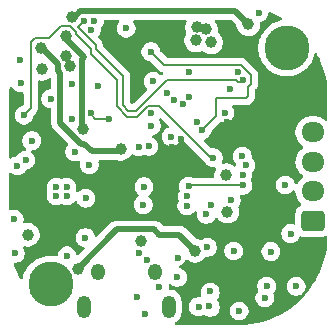
<source format=gbr>
%TF.GenerationSoftware,KiCad,Pcbnew,9.0.5*%
%TF.CreationDate,2025-12-03T11:23:26-08:00*%
%TF.ProjectId,camcontrol,63616d63-6f6e-4747-926f-6c2e6b696361,rev?*%
%TF.SameCoordinates,Original*%
%TF.FileFunction,Copper,L3,Inr*%
%TF.FilePolarity,Positive*%
%FSLAX46Y46*%
G04 Gerber Fmt 4.6, Leading zero omitted, Abs format (unit mm)*
G04 Created by KiCad (PCBNEW 9.0.5) date 2025-12-03 11:23:26*
%MOMM*%
%LPD*%
G01*
G04 APERTURE LIST*
G04 Aperture macros list*
%AMRoundRect*
0 Rectangle with rounded corners*
0 $1 Rounding radius*
0 $2 $3 $4 $5 $6 $7 $8 $9 X,Y pos of 4 corners*
0 Add a 4 corners polygon primitive as box body*
4,1,4,$2,$3,$4,$5,$6,$7,$8,$9,$2,$3,0*
0 Add four circle primitives for the rounded corners*
1,1,$1+$1,$2,$3*
1,1,$1+$1,$4,$5*
1,1,$1+$1,$6,$7*
1,1,$1+$1,$8,$9*
0 Add four rect primitives between the rounded corners*
20,1,$1+$1,$2,$3,$4,$5,0*
20,1,$1+$1,$4,$5,$6,$7,0*
20,1,$1+$1,$6,$7,$8,$9,0*
20,1,$1+$1,$8,$9,$2,$3,0*%
G04 Aperture macros list end*
%TA.AperFunction,ComponentPad*%
%ADD10O,1.200000X1.400000*%
%TD*%
%TA.AperFunction,ComponentPad*%
%ADD11O,1.200000X1.900000*%
%TD*%
%TA.AperFunction,ComponentPad*%
%ADD12C,3.800000*%
%TD*%
%TA.AperFunction,ComponentPad*%
%ADD13RoundRect,0.250000X0.725000X-0.600000X0.725000X0.600000X-0.725000X0.600000X-0.725000X-0.600000X0*%
%TD*%
%TA.AperFunction,ComponentPad*%
%ADD14O,1.950000X1.700000*%
%TD*%
%TA.AperFunction,ViaPad*%
%ADD15C,0.600000*%
%TD*%
%TA.AperFunction,ViaPad*%
%ADD16C,1.000000*%
%TD*%
%TA.AperFunction,Conductor*%
%ADD17C,0.500000*%
%TD*%
%TA.AperFunction,Conductor*%
%ADD18C,0.200000*%
%TD*%
G04 APERTURE END LIST*
D10*
%TO.N,unconnected-(J2-Shield-Pad6)*%
%TO.C,J2*%
X12834000Y-23000700D03*
%TO.N,N/C*%
X7994000Y-23000700D03*
D11*
X6814000Y-25900700D03*
X14014000Y-25900700D03*
%TD*%
D12*
%TO.N,GND*%
%TO.C,H2*%
X4000000Y-24000000D03*
%TD*%
%TO.N,GND*%
%TO.C,H1*%
X24000000Y-4000000D03*
%TD*%
D13*
%TO.N,/CAM RX*%
%TO.C,J8*%
X26208000Y-18634400D03*
D14*
%TO.N,/CAM TX*%
X26208000Y-16134400D03*
%TO.N,GND*%
X26208000Y-13634400D03*
%TO.N,/CAMPWR*%
X26208000Y-11134400D03*
%TD*%
D15*
%TO.N,GND*%
X21615426Y-997650D03*
X914400Y-18506800D03*
D16*
X18976722Y-17845603D03*
D15*
X5791200Y-7061200D03*
X14222840Y-11512537D03*
X19507200Y-21183600D03*
X4470400Y-16515300D03*
X17473954Y-24532823D03*
X2415637Y-11843939D03*
D16*
X17597568Y-3524474D03*
D15*
X10398785Y-2312482D03*
X6045200Y-12801600D03*
X8003281Y-7195321D03*
X17547964Y-17297323D03*
X23876000Y-15595600D03*
D16*
X5305465Y-4636879D03*
D15*
X5804000Y-9992400D03*
X1429731Y-5055254D03*
X19304000Y-16865600D03*
X11308731Y-25101318D03*
X14790688Y-21806026D03*
X24790400Y-24180800D03*
D16*
X5627800Y-5537200D03*
D15*
X7286495Y-13874000D03*
X5384800Y-15798800D03*
D16*
X2082800Y-19812800D03*
D15*
X5384800Y-16510000D03*
D16*
X16391825Y-2245968D03*
D15*
X4022374Y-8291680D03*
X18750319Y-9485420D03*
X11914400Y-15748000D03*
X6959600Y-20066000D03*
X12677271Y-6817583D03*
X19862800Y-6055600D03*
X16529448Y-25910046D03*
X24333200Y-19710400D03*
D16*
X11680002Y-20380649D03*
X16317399Y-3356022D03*
D15*
X1473200Y-6948400D03*
D16*
X17168642Y-2414879D03*
D15*
X12324955Y-12330232D03*
X4470400Y-15798800D03*
X12508331Y-9543709D03*
X6962800Y-16710000D03*
D16*
X18877458Y-14774238D03*
D15*
%TO.N,+3V3*%
X14278004Y-12361265D03*
X15072402Y-11673207D03*
X24384000Y-22631400D03*
X20228002Y-20116800D03*
X21793200Y-22707600D03*
X14380002Y-18845600D03*
X18914403Y-10298699D03*
X13565200Y-15258103D03*
X2755892Y-10302511D03*
X22376800Y-15395600D03*
X829726Y-11791000D03*
X23588000Y-14289127D03*
X22938800Y-18999200D03*
%TO.N,/SX RST*%
X12519141Y-10592260D03*
X15544800Y-17373600D03*
X11452970Y-12345202D03*
D16*
%TO.N,+5V*%
X5280568Y-2967111D03*
X5840440Y-1341452D03*
X6719450Y-10834250D03*
X20745435Y-1982964D03*
D15*
%TO.N,+1V1*%
X20271341Y-15624238D03*
X15686800Y-15709101D03*
%TO.N,/CAM BATT SENSE *%
X1016000Y-21386800D03*
X5393184Y-21598384D03*
D16*
%TO.N,+12V*%
X3288400Y-5763203D03*
%TO.N,/VIDPWR*%
X3211289Y-3999600D03*
X9927912Y-12545202D03*
D15*
%TO.N,Net-(D1-A)*%
X1201342Y-13958466D03*
%TO.N,Net-(D3-K)*%
X22656800Y-21234400D03*
D16*
%TO.N,+BATT*%
X6293068Y-22671712D03*
X16249828Y-21163600D03*
D15*
%TO.N,/SWCLK*%
X20278002Y-14721468D03*
%TO.N,/SWD*%
X20531979Y-13910296D03*
%TO.N,/BOOTSEL*%
X14742367Y-23420415D03*
%TO.N,Net-(D2-A)*%
X1906351Y-13483633D03*
%TO.N,/CAMSNS*%
X16415633Y-10253259D03*
X19181533Y-7470743D03*
%TO.N,/CAM EN*%
X13876995Y-7813185D03*
X7717800Y-1676400D03*
%TO.N,/CAM DIAG EN*%
X15710952Y-6055205D03*
X7448577Y-2469105D03*
%TO.N,/VIDSNS*%
X12496878Y-4318160D03*
X16834000Y-10935146D03*
%TO.N,/SCLK*%
X20227999Y-13170296D03*
%TO.N,/BUSY*%
X6867970Y-1693510D03*
X17191160Y-18076527D03*
X20314046Y-6746209D03*
%TO.N,/MISO*%
X14478039Y-8414227D03*
%TO.N,/SX CS*%
X15764762Y-8155205D03*
%TO.N,/MOSI*%
X15219920Y-8760799D03*
%TO.N,/QSPI_SCLK*%
X22148800Y-25146000D03*
X11851200Y-17258994D03*
%TO.N,/QSPI_SD2*%
X12157094Y-21971022D03*
X13208000Y-24231600D03*
%TO.N,/QSPI_SDO*%
X11496267Y-21365047D03*
X19964400Y-26263600D03*
%TO.N,/QSPI_SD3*%
X15584000Y-16562862D03*
X22305705Y-24161919D03*
%TO.N,/TX BATT SENSE *%
X17780998Y-13296043D03*
X1752600Y-9677400D03*
%TO.N,Net-(D4-K)*%
X7404000Y-9485202D03*
X8908394Y-9975434D03*
%TO.N,/TXEN*%
X17278004Y-20875086D03*
X17400023Y-25832823D03*
%TO.N,/RXEN*%
X11961014Y-26495709D03*
%TD*%
D17*
%TO.N,+5V*%
X6526440Y-903671D02*
X6963406Y-840845D01*
X6627800Y-10742600D02*
X6627800Y-4903800D01*
X5280568Y-3197768D02*
X5280568Y-2967111D01*
X19603316Y-840845D02*
X20745435Y-1982964D01*
X6627800Y-4903800D02*
X6807200Y-4724400D01*
X6963406Y-840845D02*
X19603316Y-840845D01*
X5840440Y-1341452D02*
X6088657Y-1341452D01*
X6807200Y-4724400D02*
X5280568Y-3197768D01*
X6719450Y-10834250D02*
X6627800Y-10742600D01*
X6088657Y-1341452D02*
X6526440Y-903671D01*
D18*
%TO.N,+1V1*%
X15771663Y-15624238D02*
X15686800Y-15709101D01*
X20271341Y-15624238D02*
X15771663Y-15624238D01*
D17*
%TO.N,/VIDPWR*%
X9729271Y-12743843D02*
X9927912Y-12545202D01*
X6870800Y-12116971D02*
X7497672Y-12743843D01*
X3211289Y-3999600D02*
X3253972Y-3999600D01*
X4627800Y-5373428D02*
X4627800Y-5951414D01*
X4822374Y-10351388D02*
X6587957Y-12116971D01*
X3253972Y-3999600D02*
X4627800Y-5373428D01*
X7497672Y-12743843D02*
X9729271Y-12743843D01*
X4822374Y-6145988D02*
X4822374Y-10351388D01*
X4627800Y-5951414D02*
X4822374Y-6145988D01*
X6587957Y-12116971D02*
X6870800Y-12116971D01*
%TO.N,+BATT*%
X16249828Y-21163600D02*
X14905659Y-19819431D01*
X13215431Y-19819431D02*
X12750800Y-19354800D01*
X14905659Y-19819431D02*
X13215431Y-19819431D01*
X12750800Y-19354800D02*
X9609980Y-19354800D01*
X9609980Y-19354800D02*
X6293068Y-22671712D01*
D18*
%TO.N,/VIDSNS*%
X20116800Y-5435600D02*
X13614318Y-5435600D01*
X20726400Y-8077200D02*
X20726400Y-7267020D01*
X20574000Y-8229600D02*
X20726400Y-8077200D01*
X17983200Y-8229600D02*
X20574000Y-8229600D01*
X17983200Y-9785946D02*
X17983200Y-8229600D01*
X20964046Y-6282846D02*
X20116800Y-5435600D01*
X20964046Y-7029374D02*
X20964046Y-6282846D01*
X16834000Y-10935146D02*
X17983200Y-9785946D01*
X13614318Y-5435600D02*
X12496878Y-4318160D01*
X20726400Y-7267020D02*
X20964046Y-7029374D01*
%TO.N,/BUSY*%
X19892800Y-6888000D02*
X19710400Y-6705600D01*
X6310924Y-2206357D02*
X6310924Y-2179475D01*
X20172255Y-6888000D02*
X19892800Y-6888000D01*
X10132064Y-8843568D02*
X10132064Y-6372864D01*
X7808000Y-3703433D02*
X6310924Y-2206357D01*
X10132064Y-6372864D02*
X7808000Y-4048800D01*
X6796889Y-1693510D02*
X6867970Y-1693510D01*
X10591296Y-9302800D02*
X10132064Y-8843568D01*
X19234118Y-6705205D02*
X13868795Y-6705205D01*
X11264314Y-9302800D02*
X10591296Y-9302800D01*
X13868795Y-6705205D02*
X12795200Y-7778800D01*
X7808000Y-4048800D02*
X7808000Y-3703433D01*
X19710400Y-6705600D02*
X19234513Y-6705600D01*
X12788314Y-7778800D02*
X11264314Y-9302800D01*
X12795200Y-7778800D02*
X12788314Y-7778800D01*
X20314046Y-6746209D02*
X20172255Y-6888000D01*
X19234513Y-6705600D02*
X19234118Y-6705205D01*
X6310924Y-2179475D02*
X6796889Y-1693510D01*
%TO.N,/TX BATT SENSE *%
X2692400Y-3149600D02*
X3877918Y-3149600D01*
X10464800Y-9804400D02*
X11329814Y-9804400D01*
X12244214Y-8890000D02*
X13157200Y-8890000D01*
X17563243Y-13296043D02*
X17780998Y-13296043D01*
X9607820Y-6696402D02*
X9607820Y-8947420D01*
X2325000Y-9105000D02*
X2325000Y-3517000D01*
X1752600Y-9677400D02*
X2325000Y-9105000D01*
X6146378Y-2626692D02*
X6146378Y-2793578D01*
X3877918Y-3149600D02*
X4898744Y-2128774D01*
X2325000Y-3517000D02*
X2692400Y-3149600D01*
X7408000Y-4496582D02*
X9607820Y-6696402D01*
X11329814Y-9804400D02*
X12244214Y-8890000D01*
X7408000Y-4055200D02*
X7408000Y-4496582D01*
X5648460Y-2128774D02*
X6146378Y-2626692D01*
X4898744Y-2128774D02*
X5648460Y-2128774D01*
X13157200Y-8890000D02*
X17563243Y-13296043D01*
X9607820Y-8947420D02*
X10464800Y-9804400D01*
X6146378Y-2793578D02*
X7408000Y-4055200D01*
%TO.N,Net-(D4-K)*%
X7404000Y-9574002D02*
X7404000Y-9485202D01*
X8908394Y-9975434D02*
X7805432Y-9975434D01*
X7805432Y-9975434D02*
X7404000Y-9574002D01*
%TD*%
%TA.AperFunction,Conductor*%
%TO.N,+3V3*%
G36*
X22578781Y-983822D02*
G01*
X22582983Y-985392D01*
X22923882Y-1119825D01*
X22931614Y-1123184D01*
X23386439Y-1339489D01*
X23393931Y-1343370D01*
X23493886Y-1399572D01*
X23534756Y-1422552D01*
X23583544Y-1472567D01*
X23597547Y-1541019D01*
X23572319Y-1606175D01*
X23515869Y-1647349D01*
X23501575Y-1651529D01*
X23334406Y-1689684D01*
X23334397Y-1689687D01*
X23079917Y-1778734D01*
X22837005Y-1895714D01*
X22608712Y-2039161D01*
X22397915Y-2207265D01*
X22207265Y-2397915D01*
X22039161Y-2608712D01*
X21895714Y-2837005D01*
X21778734Y-3079917D01*
X21689687Y-3334397D01*
X21689684Y-3334405D01*
X21629688Y-3597268D01*
X21629686Y-3597280D01*
X21599500Y-3865186D01*
X21599500Y-4134813D01*
X21629686Y-4402719D01*
X21629687Y-4402728D01*
X21629688Y-4402732D01*
X21642471Y-4458736D01*
X21689684Y-4665594D01*
X21689687Y-4665602D01*
X21778734Y-4920082D01*
X21895714Y-5162994D01*
X21895716Y-5162997D01*
X22039162Y-5391289D01*
X22207266Y-5602085D01*
X22397915Y-5792734D01*
X22608711Y-5960838D01*
X22827238Y-6098148D01*
X22837005Y-6104285D01*
X22845112Y-6108189D01*
X23079921Y-6221267D01*
X23244390Y-6278817D01*
X23334397Y-6310312D01*
X23334405Y-6310315D01*
X23334408Y-6310315D01*
X23334409Y-6310316D01*
X23597268Y-6370312D01*
X23865187Y-6400499D01*
X23865188Y-6400500D01*
X23865191Y-6400500D01*
X24134812Y-6400500D01*
X24134812Y-6400499D01*
X24402732Y-6370312D01*
X24665591Y-6310316D01*
X24920079Y-6221267D01*
X25162997Y-6104284D01*
X25391289Y-5960838D01*
X25602085Y-5792734D01*
X25792734Y-5602085D01*
X25960838Y-5391289D01*
X26104284Y-5162997D01*
X26221267Y-4920079D01*
X26310316Y-4665591D01*
X26340887Y-4531647D01*
X26353126Y-4509766D01*
X26361595Y-4486170D01*
X26369888Y-4479799D01*
X26374995Y-4470670D01*
X26397123Y-4458878D01*
X26417004Y-4443607D01*
X26427425Y-4442731D01*
X26436657Y-4437812D01*
X26461648Y-4439855D01*
X26486628Y-4437757D01*
X26495868Y-4442654D01*
X26506294Y-4443507D01*
X26526211Y-4458736D01*
X26548363Y-4470477D01*
X26558037Y-4483071D01*
X26561798Y-4485947D01*
X26569863Y-4498466D01*
X26596621Y-4546054D01*
X26600516Y-4553571D01*
X26774819Y-4920079D01*
X26816808Y-5008368D01*
X26820170Y-5016107D01*
X27004929Y-5484621D01*
X27007764Y-5492599D01*
X27160118Y-5972626D01*
X27162402Y-5980779D01*
X27281636Y-6470061D01*
X27283359Y-6478351D01*
X27368929Y-6974642D01*
X27370082Y-6983030D01*
X27421583Y-7483999D01*
X27422161Y-7492446D01*
X27434912Y-7865690D01*
X27439011Y-7985700D01*
X27439428Y-7997891D01*
X27439500Y-8002125D01*
X27439500Y-10031642D01*
X27419815Y-10098681D01*
X27367011Y-10144436D01*
X27297853Y-10154380D01*
X27234297Y-10125355D01*
X27227819Y-10119323D01*
X27212786Y-10104290D01*
X27040820Y-9979351D01*
X26851414Y-9882844D01*
X26851413Y-9882843D01*
X26851412Y-9882843D01*
X26649243Y-9817154D01*
X26649241Y-9817153D01*
X26649240Y-9817153D01*
X26487957Y-9791608D01*
X26439287Y-9783900D01*
X25976713Y-9783900D01*
X25928042Y-9791608D01*
X25766760Y-9817153D01*
X25564585Y-9882844D01*
X25375179Y-9979351D01*
X25203213Y-10104290D01*
X25052890Y-10254613D01*
X24927951Y-10426579D01*
X24831444Y-10615985D01*
X24765753Y-10818160D01*
X24732500Y-11028113D01*
X24732500Y-11240686D01*
X24764929Y-11445438D01*
X24765754Y-11450643D01*
X24828755Y-11644540D01*
X24831444Y-11652814D01*
X24927951Y-11842220D01*
X25052890Y-12014186D01*
X25203209Y-12164505D01*
X25203214Y-12164509D01*
X25367793Y-12284082D01*
X25410459Y-12339411D01*
X25416438Y-12409025D01*
X25383833Y-12470820D01*
X25367793Y-12484718D01*
X25203214Y-12604290D01*
X25203209Y-12604294D01*
X25052890Y-12754613D01*
X24927951Y-12926579D01*
X24831444Y-13115985D01*
X24765753Y-13318160D01*
X24745161Y-13448177D01*
X24732500Y-13528113D01*
X24732500Y-13740687D01*
X24737069Y-13769536D01*
X24760556Y-13917829D01*
X24765754Y-13950643D01*
X24816720Y-14107501D01*
X24831444Y-14152814D01*
X24927951Y-14342220D01*
X25052890Y-14514186D01*
X25203209Y-14664505D01*
X25203214Y-14664509D01*
X25367793Y-14784082D01*
X25410459Y-14839411D01*
X25416438Y-14909025D01*
X25383833Y-14970820D01*
X25367793Y-14984718D01*
X25203214Y-15104290D01*
X25203209Y-15104294D01*
X25052890Y-15254613D01*
X24927948Y-15426584D01*
X24927947Y-15426585D01*
X24896540Y-15488225D01*
X24848566Y-15539021D01*
X24780745Y-15555816D01*
X24714610Y-15533278D01*
X24671159Y-15478563D01*
X24664439Y-15456121D01*
X24645738Y-15362110D01*
X24645737Y-15362103D01*
X24632407Y-15329922D01*
X24585397Y-15216427D01*
X24585390Y-15216414D01*
X24497789Y-15085311D01*
X24497786Y-15085307D01*
X24386292Y-14973813D01*
X24386288Y-14973810D01*
X24255185Y-14886209D01*
X24255172Y-14886202D01*
X24109501Y-14825864D01*
X24109489Y-14825861D01*
X23954845Y-14795100D01*
X23954842Y-14795100D01*
X23797158Y-14795100D01*
X23797155Y-14795100D01*
X23642510Y-14825861D01*
X23642498Y-14825864D01*
X23496827Y-14886202D01*
X23496814Y-14886209D01*
X23365711Y-14973810D01*
X23365707Y-14973813D01*
X23254213Y-15085307D01*
X23254210Y-15085311D01*
X23166609Y-15216414D01*
X23166602Y-15216427D01*
X23106264Y-15362098D01*
X23106261Y-15362110D01*
X23075500Y-15516753D01*
X23075500Y-15674446D01*
X23106261Y-15829089D01*
X23106264Y-15829101D01*
X23166602Y-15974772D01*
X23166609Y-15974785D01*
X23254210Y-16105888D01*
X23254213Y-16105892D01*
X23365707Y-16217386D01*
X23365711Y-16217389D01*
X23496814Y-16304990D01*
X23496827Y-16304997D01*
X23586355Y-16342080D01*
X23642503Y-16365337D01*
X23786465Y-16393973D01*
X23797153Y-16396099D01*
X23797156Y-16396100D01*
X23797158Y-16396100D01*
X23954844Y-16396100D01*
X23954845Y-16396099D01*
X24109497Y-16365337D01*
X24255179Y-16304994D01*
X24386289Y-16217389D01*
X24497789Y-16105889D01*
X24505396Y-16094503D01*
X24559007Y-16049697D01*
X24628332Y-16040988D01*
X24691360Y-16071141D01*
X24728081Y-16130584D01*
X24732500Y-16163392D01*
X24732500Y-16240687D01*
X24741455Y-16297227D01*
X24763506Y-16436453D01*
X24765754Y-16450643D01*
X24827834Y-16641706D01*
X24831444Y-16652814D01*
X24927951Y-16842220D01*
X25052890Y-17014186D01*
X25191705Y-17153001D01*
X25225190Y-17214324D01*
X25220206Y-17284016D01*
X25178334Y-17339949D01*
X25169121Y-17346221D01*
X25014342Y-17441689D01*
X24890289Y-17565742D01*
X24798187Y-17715063D01*
X24798185Y-17715068D01*
X24770901Y-17797406D01*
X24743001Y-17881603D01*
X24743001Y-17881604D01*
X24743000Y-17881604D01*
X24732500Y-17984383D01*
X24732500Y-18823764D01*
X24712815Y-18890803D01*
X24660011Y-18936558D01*
X24590853Y-18946502D01*
X24572505Y-18942425D01*
X24566690Y-18940661D01*
X24412045Y-18909900D01*
X24412042Y-18909900D01*
X24254358Y-18909900D01*
X24254355Y-18909900D01*
X24099710Y-18940661D01*
X24099698Y-18940664D01*
X23954027Y-19001002D01*
X23954014Y-19001009D01*
X23822911Y-19088610D01*
X23822907Y-19088613D01*
X23711413Y-19200107D01*
X23711410Y-19200111D01*
X23623809Y-19331214D01*
X23623802Y-19331227D01*
X23563464Y-19476898D01*
X23563461Y-19476910D01*
X23532700Y-19631553D01*
X23532700Y-19789246D01*
X23563461Y-19943889D01*
X23563464Y-19943901D01*
X23623802Y-20089572D01*
X23623809Y-20089585D01*
X23711410Y-20220688D01*
X23711413Y-20220692D01*
X23822907Y-20332186D01*
X23822911Y-20332189D01*
X23954014Y-20419790D01*
X23954027Y-20419797D01*
X24099698Y-20480135D01*
X24099703Y-20480137D01*
X24200536Y-20500194D01*
X24254353Y-20510899D01*
X24254356Y-20510900D01*
X24254358Y-20510900D01*
X24412044Y-20510900D01*
X24412045Y-20510899D01*
X24566697Y-20480137D01*
X24712379Y-20419794D01*
X24843489Y-20332189D01*
X24954989Y-20220689D01*
X25042594Y-20089579D01*
X25075136Y-20011013D01*
X25118975Y-19956614D01*
X25185269Y-19934548D01*
X25228693Y-19940761D01*
X25330203Y-19974399D01*
X25432991Y-19984900D01*
X26983008Y-19984899D01*
X27085797Y-19974399D01*
X27252334Y-19919214D01*
X27252343Y-19919208D01*
X27258882Y-19916160D01*
X27260117Y-19918809D01*
X27314674Y-19903859D01*
X27381345Y-19924756D01*
X27426136Y-19978381D01*
X27436354Y-20032072D01*
X27422161Y-20447552D01*
X27421583Y-20456000D01*
X27370082Y-20956969D01*
X27368929Y-20965357D01*
X27283359Y-21461648D01*
X27281636Y-21469938D01*
X27162402Y-21959220D01*
X27160118Y-21967373D01*
X27007764Y-22447400D01*
X27004929Y-22455378D01*
X26994703Y-22481310D01*
X26820174Y-22923882D01*
X26816808Y-22931631D01*
X26600517Y-23386426D01*
X26596622Y-23393944D01*
X26349794Y-23832926D01*
X26345395Y-23840160D01*
X26069186Y-24261276D01*
X26064303Y-24268193D01*
X25760003Y-24669473D01*
X25754659Y-24676041D01*
X25423689Y-25055612D01*
X25417910Y-25061800D01*
X25061800Y-25417910D01*
X25055612Y-25423689D01*
X24676041Y-25754659D01*
X24669473Y-25760003D01*
X24268193Y-26064303D01*
X24261276Y-26069186D01*
X23840160Y-26345395D01*
X23832926Y-26349794D01*
X23393944Y-26596622D01*
X23386426Y-26600517D01*
X22931631Y-26816808D01*
X22923882Y-26820174D01*
X22549967Y-26967628D01*
X22455378Y-27004929D01*
X22447400Y-27007764D01*
X21967373Y-27160118D01*
X21959220Y-27162402D01*
X21469938Y-27281636D01*
X21461648Y-27283359D01*
X20965357Y-27368929D01*
X20956969Y-27370082D01*
X20456000Y-27421583D01*
X20447553Y-27422161D01*
X19981606Y-27438078D01*
X19942106Y-27439428D01*
X19937875Y-27439500D01*
X14621406Y-27439500D01*
X14554367Y-27419815D01*
X14508612Y-27367011D01*
X14498668Y-27297853D01*
X14527693Y-27234297D01*
X14565111Y-27205015D01*
X14566791Y-27204159D01*
X14590788Y-27191932D01*
X14730928Y-27090114D01*
X14853414Y-26967628D01*
X14955232Y-26827488D01*
X15033873Y-26673145D01*
X15087402Y-26508401D01*
X15114500Y-26337311D01*
X15114500Y-25831199D01*
X15728948Y-25831199D01*
X15728948Y-25988892D01*
X15759709Y-26143535D01*
X15759712Y-26143547D01*
X15820050Y-26289218D01*
X15820057Y-26289231D01*
X15907658Y-26420334D01*
X15907661Y-26420338D01*
X16019155Y-26531832D01*
X16019159Y-26531835D01*
X16150262Y-26619436D01*
X16150275Y-26619443D01*
X16279925Y-26673145D01*
X16295951Y-26679783D01*
X16450601Y-26710545D01*
X16450604Y-26710546D01*
X16450606Y-26710546D01*
X16608292Y-26710546D01*
X16608293Y-26710545D01*
X16762945Y-26679783D01*
X16908627Y-26619440D01*
X16922349Y-26610271D01*
X16989022Y-26589392D01*
X17056403Y-26607874D01*
X17060131Y-26610270D01*
X17146814Y-26668190D01*
X17146827Y-26668197D01*
X17292498Y-26728535D01*
X17292503Y-26728537D01*
X17447153Y-26759299D01*
X17447156Y-26759300D01*
X17447158Y-26759300D01*
X17604844Y-26759300D01*
X17604845Y-26759299D01*
X17759497Y-26728537D01*
X17877198Y-26679784D01*
X17905172Y-26668197D01*
X17905172Y-26668196D01*
X17905179Y-26668194D01*
X18036289Y-26580589D01*
X18147789Y-26469089D01*
X18235394Y-26337979D01*
X18295737Y-26192297D01*
X18297238Y-26184753D01*
X19163900Y-26184753D01*
X19163900Y-26342446D01*
X19194661Y-26497089D01*
X19194664Y-26497101D01*
X19255002Y-26642772D01*
X19255009Y-26642785D01*
X19342610Y-26773888D01*
X19342613Y-26773892D01*
X19454107Y-26885386D01*
X19454111Y-26885389D01*
X19585214Y-26972990D01*
X19585227Y-26972997D01*
X19730898Y-27033335D01*
X19730903Y-27033337D01*
X19885553Y-27064099D01*
X19885556Y-27064100D01*
X19885558Y-27064100D01*
X20043244Y-27064100D01*
X20043245Y-27064099D01*
X20197897Y-27033337D01*
X20343579Y-26972994D01*
X20474689Y-26885389D01*
X20586189Y-26773889D01*
X20673794Y-26642779D01*
X20734137Y-26497097D01*
X20764900Y-26342442D01*
X20764900Y-26184758D01*
X20764900Y-26184755D01*
X20764899Y-26184753D01*
X20757400Y-26147054D01*
X20734137Y-26030103D01*
X20717067Y-25988892D01*
X20673797Y-25884427D01*
X20673790Y-25884414D01*
X20586189Y-25753311D01*
X20586186Y-25753307D01*
X20474692Y-25641813D01*
X20474688Y-25641810D01*
X20343585Y-25554209D01*
X20343572Y-25554202D01*
X20197901Y-25493864D01*
X20197889Y-25493861D01*
X20043245Y-25463100D01*
X20043242Y-25463100D01*
X19885558Y-25463100D01*
X19885555Y-25463100D01*
X19730910Y-25493861D01*
X19730898Y-25493864D01*
X19585227Y-25554202D01*
X19585214Y-25554209D01*
X19454111Y-25641810D01*
X19454107Y-25641813D01*
X19342613Y-25753307D01*
X19342610Y-25753311D01*
X19255009Y-25884414D01*
X19255002Y-25884427D01*
X19194664Y-26030098D01*
X19194661Y-26030110D01*
X19163900Y-26184753D01*
X18297238Y-26184753D01*
X18304737Y-26147054D01*
X18326499Y-26037646D01*
X18326500Y-26037644D01*
X18326500Y-25879955D01*
X18326499Y-25879953D01*
X18316801Y-25831199D01*
X18295737Y-25725303D01*
X18283272Y-25695209D01*
X18235397Y-25579627D01*
X18235390Y-25579614D01*
X18147789Y-25448511D01*
X18147786Y-25448507D01*
X18111572Y-25412294D01*
X18078086Y-25350972D01*
X18083070Y-25281280D01*
X18111570Y-25236931D01*
X18138771Y-25209731D01*
X18226376Y-25078621D01*
X18226379Y-25078614D01*
X18231126Y-25067153D01*
X21348300Y-25067153D01*
X21348300Y-25224846D01*
X21379061Y-25379489D01*
X21379064Y-25379501D01*
X21439402Y-25525172D01*
X21439409Y-25525185D01*
X21527010Y-25656288D01*
X21527013Y-25656292D01*
X21638507Y-25767786D01*
X21638511Y-25767789D01*
X21769614Y-25855390D01*
X21769627Y-25855397D01*
X21874034Y-25898643D01*
X21915303Y-25915737D01*
X22069953Y-25946499D01*
X22069956Y-25946500D01*
X22069958Y-25946500D01*
X22227644Y-25946500D01*
X22227645Y-25946499D01*
X22382297Y-25915737D01*
X22527979Y-25855394D01*
X22659089Y-25767789D01*
X22770589Y-25656289D01*
X22858194Y-25525179D01*
X22918537Y-25379497D01*
X22949300Y-25224842D01*
X22949300Y-25067158D01*
X22949300Y-25067155D01*
X22949299Y-25067153D01*
X22940412Y-25022476D01*
X22918537Y-24912503D01*
X22882485Y-24825467D01*
X22875017Y-24756000D01*
X22906292Y-24693520D01*
X22909346Y-24690355D01*
X22927494Y-24672208D01*
X23015099Y-24541098D01*
X23075442Y-24395416D01*
X23106205Y-24240761D01*
X23106205Y-24101953D01*
X23989900Y-24101953D01*
X23989900Y-24259646D01*
X24020661Y-24414289D01*
X24020664Y-24414301D01*
X24081002Y-24559972D01*
X24081009Y-24559985D01*
X24168610Y-24691088D01*
X24168613Y-24691092D01*
X24280107Y-24802586D01*
X24280111Y-24802589D01*
X24411214Y-24890190D01*
X24411227Y-24890197D01*
X24514398Y-24932931D01*
X24556903Y-24950537D01*
X24703464Y-24979690D01*
X24711553Y-24981299D01*
X24711556Y-24981300D01*
X24711558Y-24981300D01*
X24869244Y-24981300D01*
X24869245Y-24981299D01*
X25023897Y-24950537D01*
X25169579Y-24890194D01*
X25300689Y-24802589D01*
X25412189Y-24691089D01*
X25499794Y-24559979D01*
X25499814Y-24559932D01*
X25533117Y-24479529D01*
X25560137Y-24414297D01*
X25590900Y-24259642D01*
X25590900Y-24101958D01*
X25590900Y-24101955D01*
X25590899Y-24101953D01*
X25579014Y-24042204D01*
X25560137Y-23947303D01*
X25552314Y-23928417D01*
X25499797Y-23801627D01*
X25499790Y-23801614D01*
X25412189Y-23670511D01*
X25412186Y-23670507D01*
X25300692Y-23559013D01*
X25300688Y-23559010D01*
X25169585Y-23471409D01*
X25169572Y-23471402D01*
X25023901Y-23411064D01*
X25023889Y-23411061D01*
X24869245Y-23380300D01*
X24869242Y-23380300D01*
X24711558Y-23380300D01*
X24711555Y-23380300D01*
X24556910Y-23411061D01*
X24556898Y-23411064D01*
X24411227Y-23471402D01*
X24411214Y-23471409D01*
X24280111Y-23559010D01*
X24280107Y-23559013D01*
X24168613Y-23670507D01*
X24168610Y-23670511D01*
X24081009Y-23801614D01*
X24081002Y-23801627D01*
X24020664Y-23947298D01*
X24020661Y-23947310D01*
X23989900Y-24101953D01*
X23106205Y-24101953D01*
X23106205Y-24083077D01*
X23106205Y-24083074D01*
X23106204Y-24083072D01*
X23093592Y-24019669D01*
X23075442Y-23928422D01*
X23049251Y-23865191D01*
X23015102Y-23782746D01*
X23015095Y-23782733D01*
X22927494Y-23651630D01*
X22927491Y-23651626D01*
X22815997Y-23540132D01*
X22815993Y-23540129D01*
X22684890Y-23452528D01*
X22684877Y-23452521D01*
X22539206Y-23392183D01*
X22539194Y-23392180D01*
X22384550Y-23361419D01*
X22384547Y-23361419D01*
X22226863Y-23361419D01*
X22226860Y-23361419D01*
X22072215Y-23392180D01*
X22072203Y-23392183D01*
X21926532Y-23452521D01*
X21926519Y-23452528D01*
X21795416Y-23540129D01*
X21795412Y-23540132D01*
X21683918Y-23651626D01*
X21683915Y-23651630D01*
X21596314Y-23782733D01*
X21596307Y-23782746D01*
X21535969Y-23928417D01*
X21535966Y-23928429D01*
X21505205Y-24083072D01*
X21505205Y-24240765D01*
X21535966Y-24395408D01*
X21535969Y-24395420D01*
X21572018Y-24482450D01*
X21579487Y-24551919D01*
X21548212Y-24614398D01*
X21545140Y-24617581D01*
X21527012Y-24635708D01*
X21527008Y-24635714D01*
X21439409Y-24766814D01*
X21439402Y-24766827D01*
X21379064Y-24912498D01*
X21379061Y-24912510D01*
X21348300Y-25067153D01*
X18231126Y-25067153D01*
X18253303Y-25013614D01*
X18279430Y-24950537D01*
X18286719Y-24932939D01*
X18317482Y-24778284D01*
X18317482Y-24620600D01*
X18317482Y-24620597D01*
X18317481Y-24620595D01*
X18305425Y-24559985D01*
X18286719Y-24465945D01*
X18286368Y-24465097D01*
X18226379Y-24320269D01*
X18226372Y-24320256D01*
X18138771Y-24189153D01*
X18138768Y-24189149D01*
X18027274Y-24077655D01*
X18027270Y-24077652D01*
X17896167Y-23990051D01*
X17896154Y-23990044D01*
X17750483Y-23929706D01*
X17750471Y-23929703D01*
X17595827Y-23898942D01*
X17595824Y-23898942D01*
X17438140Y-23898942D01*
X17438137Y-23898942D01*
X17283492Y-23929703D01*
X17283480Y-23929706D01*
X17137809Y-23990044D01*
X17137796Y-23990051D01*
X17006693Y-24077652D01*
X17006689Y-24077655D01*
X16895195Y-24189149D01*
X16895192Y-24189153D01*
X16807591Y-24320256D01*
X16807584Y-24320269D01*
X16747246Y-24465940D01*
X16747243Y-24465952D01*
X16716482Y-24620595D01*
X16716482Y-24778288D01*
X16747243Y-24932931D01*
X16747246Y-24932943D01*
X16750666Y-24941199D01*
X16758133Y-25010668D01*
X16726857Y-25073147D01*
X16666767Y-25108798D01*
X16611912Y-25110266D01*
X16608292Y-25109546D01*
X16608290Y-25109546D01*
X16450606Y-25109546D01*
X16450603Y-25109546D01*
X16295958Y-25140307D01*
X16295946Y-25140310D01*
X16150275Y-25200648D01*
X16150262Y-25200655D01*
X16019159Y-25288256D01*
X16019155Y-25288259D01*
X15907661Y-25399753D01*
X15907658Y-25399757D01*
X15820057Y-25530860D01*
X15820050Y-25530873D01*
X15759712Y-25676544D01*
X15759709Y-25676556D01*
X15728948Y-25831199D01*
X15114500Y-25831199D01*
X15114500Y-25464089D01*
X15087402Y-25292999D01*
X15033873Y-25128255D01*
X14955232Y-24973912D01*
X14853414Y-24833772D01*
X14730928Y-24711286D01*
X14590788Y-24609468D01*
X14436445Y-24530827D01*
X14271701Y-24477298D01*
X14271699Y-24477297D01*
X14271698Y-24477297D01*
X14111742Y-24451963D01*
X14048607Y-24422034D01*
X14011676Y-24362722D01*
X14007164Y-24331912D01*
X14006901Y-24318477D01*
X14008500Y-24310442D01*
X14008500Y-24152758D01*
X14003137Y-24125800D01*
X14002923Y-24114810D01*
X14009334Y-24091282D01*
X14011508Y-24066990D01*
X14018358Y-24058171D01*
X14021294Y-24047399D01*
X14039409Y-24031071D01*
X14054370Y-24011812D01*
X14064899Y-24008097D01*
X14073194Y-24000621D01*
X14097262Y-23996679D01*
X14120259Y-23988566D01*
X14131125Y-23991133D01*
X14142145Y-23989329D01*
X14164523Y-23999025D01*
X14188257Y-24004633D01*
X14202453Y-24015459D01*
X14206256Y-24017107D01*
X14207974Y-24019669D01*
X14214580Y-24024707D01*
X14232074Y-24042201D01*
X14232078Y-24042204D01*
X14363181Y-24129805D01*
X14363194Y-24129812D01*
X14506458Y-24189153D01*
X14508870Y-24190152D01*
X14663520Y-24220914D01*
X14663523Y-24220915D01*
X14663525Y-24220915D01*
X14821211Y-24220915D01*
X14821212Y-24220914D01*
X14975864Y-24190152D01*
X15109475Y-24134809D01*
X15121539Y-24129812D01*
X15121539Y-24129811D01*
X15121546Y-24129809D01*
X15252656Y-24042204D01*
X15364156Y-23930704D01*
X15451761Y-23799594D01*
X15512104Y-23653912D01*
X15542867Y-23499257D01*
X15542867Y-23341573D01*
X15542867Y-23341570D01*
X15542866Y-23341568D01*
X15512105Y-23186925D01*
X15512104Y-23186918D01*
X15467783Y-23079917D01*
X15451764Y-23041242D01*
X15451757Y-23041229D01*
X15364156Y-22910126D01*
X15364153Y-22910122D01*
X15252659Y-22798628D01*
X15252655Y-22798625D01*
X15121552Y-22711024D01*
X15121539Y-22711017D01*
X14975868Y-22650679D01*
X14975858Y-22650676D01*
X14943792Y-22644298D01*
X14881881Y-22611913D01*
X14847307Y-22551197D01*
X14851047Y-22481428D01*
X14891914Y-22424756D01*
X14920532Y-22408120D01*
X15060372Y-22350197D01*
X15060372Y-22350196D01*
X15060379Y-22350194D01*
X15191489Y-22262589D01*
X15302989Y-22151089D01*
X15390594Y-22019979D01*
X15407646Y-21978809D01*
X15451485Y-21924408D01*
X15517779Y-21902342D01*
X15585479Y-21919620D01*
X15609888Y-21938582D01*
X15612042Y-21940736D01*
X15612046Y-21940739D01*
X15775907Y-22050228D01*
X15775920Y-22050235D01*
X15886884Y-22096197D01*
X15957993Y-22125651D01*
X15957997Y-22125651D01*
X15957998Y-22125652D01*
X16151284Y-22164100D01*
X16151287Y-22164100D01*
X16348371Y-22164100D01*
X16495759Y-22134782D01*
X16541663Y-22125651D01*
X16723742Y-22050232D01*
X16887610Y-21940739D01*
X17026967Y-21801382D01*
X17075330Y-21728999D01*
X17128940Y-21684197D01*
X17192982Y-21676151D01*
X17193097Y-21674989D01*
X17198220Y-21675493D01*
X17198265Y-21675488D01*
X17198385Y-21675509D01*
X17199160Y-21675586D01*
X17199162Y-21675586D01*
X17356848Y-21675586D01*
X17356849Y-21675585D01*
X17511501Y-21644823D01*
X17657183Y-21584480D01*
X17788293Y-21496875D01*
X17899793Y-21385375D01*
X17987398Y-21254265D01*
X18047741Y-21108583D01*
X18048503Y-21104753D01*
X18706700Y-21104753D01*
X18706700Y-21262446D01*
X18737461Y-21417089D01*
X18737464Y-21417101D01*
X18797802Y-21562772D01*
X18797809Y-21562785D01*
X18885410Y-21693888D01*
X18885413Y-21693892D01*
X18996907Y-21805386D01*
X18996911Y-21805389D01*
X19128014Y-21892990D01*
X19128027Y-21892997D01*
X19250654Y-21943790D01*
X19273703Y-21953337D01*
X19401774Y-21978812D01*
X19428353Y-21984099D01*
X19428356Y-21984100D01*
X19428358Y-21984100D01*
X19586044Y-21984100D01*
X19586045Y-21984099D01*
X19740697Y-21953337D01*
X19863811Y-21902342D01*
X19886372Y-21892997D01*
X19886372Y-21892996D01*
X19886379Y-21892994D01*
X20017489Y-21805389D01*
X20128989Y-21693889D01*
X20216594Y-21562779D01*
X20276937Y-21417097D01*
X20307700Y-21262442D01*
X20307700Y-21155553D01*
X21856300Y-21155553D01*
X21856300Y-21313246D01*
X21887061Y-21467889D01*
X21887064Y-21467901D01*
X21947402Y-21613572D01*
X21947409Y-21613585D01*
X22035010Y-21744688D01*
X22035013Y-21744692D01*
X22146507Y-21856186D01*
X22146511Y-21856189D01*
X22277614Y-21943790D01*
X22277627Y-21943797D01*
X22374929Y-21984100D01*
X22423303Y-22004137D01*
X22577953Y-22034899D01*
X22577956Y-22034900D01*
X22577958Y-22034900D01*
X22735644Y-22034900D01*
X22735645Y-22034899D01*
X22890297Y-22004137D01*
X23035979Y-21943794D01*
X23167089Y-21856189D01*
X23278589Y-21744689D01*
X23366194Y-21613579D01*
X23426537Y-21467897D01*
X23457300Y-21313242D01*
X23457300Y-21155558D01*
X23457300Y-21155555D01*
X23457299Y-21155553D01*
X23447195Y-21104758D01*
X23426537Y-21000903D01*
X23420309Y-20985868D01*
X23366197Y-20855227D01*
X23366190Y-20855214D01*
X23278589Y-20724111D01*
X23278586Y-20724107D01*
X23167092Y-20612613D01*
X23167088Y-20612610D01*
X23035985Y-20525009D01*
X23035972Y-20525002D01*
X22890301Y-20464664D01*
X22890289Y-20464661D01*
X22735645Y-20433900D01*
X22735642Y-20433900D01*
X22577958Y-20433900D01*
X22577955Y-20433900D01*
X22423310Y-20464661D01*
X22423298Y-20464664D01*
X22277627Y-20525002D01*
X22277614Y-20525009D01*
X22146511Y-20612610D01*
X22146507Y-20612613D01*
X22035013Y-20724107D01*
X22035010Y-20724111D01*
X21947409Y-20855214D01*
X21947402Y-20855227D01*
X21887064Y-21000898D01*
X21887061Y-21000910D01*
X21856300Y-21155553D01*
X20307700Y-21155553D01*
X20307700Y-21104758D01*
X20307700Y-21104755D01*
X20307699Y-21104753D01*
X20276937Y-20950103D01*
X20251625Y-20888993D01*
X20216597Y-20804427D01*
X20216590Y-20804414D01*
X20128989Y-20673311D01*
X20128986Y-20673307D01*
X20017492Y-20561813D01*
X20017488Y-20561810D01*
X19886385Y-20474209D01*
X19886372Y-20474202D01*
X19740701Y-20413864D01*
X19740689Y-20413861D01*
X19586045Y-20383100D01*
X19586042Y-20383100D01*
X19428358Y-20383100D01*
X19428355Y-20383100D01*
X19273710Y-20413861D01*
X19273698Y-20413864D01*
X19128027Y-20474202D01*
X19128014Y-20474209D01*
X18996911Y-20561810D01*
X18996907Y-20561813D01*
X18885413Y-20673307D01*
X18885410Y-20673311D01*
X18797809Y-20804414D01*
X18797802Y-20804427D01*
X18737464Y-20950098D01*
X18737461Y-20950110D01*
X18706700Y-21104753D01*
X18048503Y-21104753D01*
X18054526Y-21074474D01*
X18078504Y-20953930D01*
X18078504Y-20796241D01*
X18078503Y-20796239D01*
X18051239Y-20659175D01*
X18047741Y-20641589D01*
X18044042Y-20632658D01*
X17987401Y-20495913D01*
X17987394Y-20495900D01*
X17899793Y-20364797D01*
X17899790Y-20364793D01*
X17788296Y-20253299D01*
X17788292Y-20253296D01*
X17657189Y-20165695D01*
X17657176Y-20165688D01*
X17511505Y-20105350D01*
X17511493Y-20105347D01*
X17356849Y-20074586D01*
X17356846Y-20074586D01*
X17199162Y-20074586D01*
X17199159Y-20074586D01*
X17044514Y-20105347D01*
X17044502Y-20105350D01*
X16898831Y-20165688D01*
X16898818Y-20165695D01*
X16784127Y-20242330D01*
X16717449Y-20263208D01*
X16667784Y-20253789D01*
X16541667Y-20201550D01*
X16541657Y-20201547D01*
X16342394Y-20161911D01*
X16342751Y-20160114D01*
X16285928Y-20137157D01*
X16275206Y-20127610D01*
X15384080Y-19236483D01*
X15384079Y-19236482D01*
X15366941Y-19225031D01*
X15265573Y-19157300D01*
X15261154Y-19154347D01*
X15124572Y-19097773D01*
X15124566Y-19097771D01*
X14979579Y-19068931D01*
X14979577Y-19068931D01*
X13577660Y-19068931D01*
X13510621Y-19049246D01*
X13489983Y-19032616D01*
X13229216Y-18771848D01*
X13124721Y-18702028D01*
X13124721Y-18702027D01*
X13106295Y-18689716D01*
X13106290Y-18689713D01*
X12969717Y-18633143D01*
X12969707Y-18633140D01*
X12824720Y-18604300D01*
X12824718Y-18604300D01*
X9536062Y-18604300D01*
X9536060Y-18604300D01*
X9391072Y-18633140D01*
X9391062Y-18633143D01*
X9254489Y-18689713D01*
X9254484Y-18689716D01*
X9236058Y-18702027D01*
X9236059Y-18702028D01*
X9131559Y-18771851D01*
X9131558Y-18771852D01*
X7950047Y-19953364D01*
X7888724Y-19986849D01*
X7819032Y-19981865D01*
X7763099Y-19939993D01*
X7740749Y-19889874D01*
X7729338Y-19832510D01*
X7729337Y-19832503D01*
X7711418Y-19789242D01*
X7668997Y-19686827D01*
X7668990Y-19686814D01*
X7581389Y-19555711D01*
X7581386Y-19555707D01*
X7469892Y-19444213D01*
X7469888Y-19444210D01*
X7338785Y-19356609D01*
X7338772Y-19356602D01*
X7193101Y-19296264D01*
X7193089Y-19296261D01*
X7038445Y-19265500D01*
X7038442Y-19265500D01*
X6880758Y-19265500D01*
X6880755Y-19265500D01*
X6726110Y-19296261D01*
X6726098Y-19296264D01*
X6580427Y-19356602D01*
X6580414Y-19356609D01*
X6449311Y-19444210D01*
X6449307Y-19444213D01*
X6337813Y-19555707D01*
X6337810Y-19555711D01*
X6250209Y-19686814D01*
X6250202Y-19686827D01*
X6189864Y-19832498D01*
X6189861Y-19832510D01*
X6159100Y-19987153D01*
X6159100Y-20144846D01*
X6189861Y-20299489D01*
X6189864Y-20299501D01*
X6250202Y-20445172D01*
X6250209Y-20445185D01*
X6337810Y-20576288D01*
X6337813Y-20576292D01*
X6449307Y-20687786D01*
X6449311Y-20687789D01*
X6580414Y-20775390D01*
X6580427Y-20775397D01*
X6726098Y-20835735D01*
X6726103Y-20835737D01*
X6757368Y-20841956D01*
X6783474Y-20847149D01*
X6845385Y-20879533D01*
X6879959Y-20940249D01*
X6876220Y-21010018D01*
X6846964Y-21056447D01*
X6389277Y-21514134D01*
X6327954Y-21547619D01*
X6258262Y-21542635D01*
X6202329Y-21500763D01*
X6179979Y-21450647D01*
X6162921Y-21364887D01*
X6141529Y-21313242D01*
X6102581Y-21219211D01*
X6102574Y-21219198D01*
X6014973Y-21088095D01*
X6014970Y-21088091D01*
X5903476Y-20976597D01*
X5903472Y-20976594D01*
X5772369Y-20888993D01*
X5772356Y-20888986D01*
X5626685Y-20828648D01*
X5626673Y-20828645D01*
X5472029Y-20797884D01*
X5472026Y-20797884D01*
X5314342Y-20797884D01*
X5314339Y-20797884D01*
X5159694Y-20828645D01*
X5159682Y-20828648D01*
X5014011Y-20888986D01*
X5013998Y-20888993D01*
X4882895Y-20976594D01*
X4882891Y-20976597D01*
X4771397Y-21088091D01*
X4771394Y-21088095D01*
X4683793Y-21219198D01*
X4683786Y-21219211D01*
X4623448Y-21364882D01*
X4623445Y-21364894D01*
X4592684Y-21519537D01*
X4592087Y-21525602D01*
X4590369Y-21525432D01*
X4572999Y-21584591D01*
X4520195Y-21630346D01*
X4451037Y-21640290D01*
X4441092Y-21638443D01*
X4402736Y-21629688D01*
X4402719Y-21629686D01*
X4134813Y-21599500D01*
X4134809Y-21599500D01*
X3865191Y-21599500D01*
X3865186Y-21599500D01*
X3597280Y-21629686D01*
X3597268Y-21629688D01*
X3334405Y-21689684D01*
X3334397Y-21689687D01*
X3079917Y-21778734D01*
X2837005Y-21895714D01*
X2608712Y-22039161D01*
X2397915Y-22207265D01*
X2207265Y-22397915D01*
X2039161Y-22608712D01*
X1895714Y-22837005D01*
X1778734Y-23079917D01*
X1689687Y-23334397D01*
X1689684Y-23334406D01*
X1651529Y-23501575D01*
X1639288Y-23523457D01*
X1630820Y-23547054D01*
X1622525Y-23553425D01*
X1617420Y-23562553D01*
X1595294Y-23574343D01*
X1575411Y-23589617D01*
X1564988Y-23590492D01*
X1555759Y-23595411D01*
X1530768Y-23593367D01*
X1505787Y-23595466D01*
X1496547Y-23590568D01*
X1486121Y-23589716D01*
X1466201Y-23574484D01*
X1444052Y-23562745D01*
X1434377Y-23550150D01*
X1430618Y-23547276D01*
X1422552Y-23534756D01*
X1343370Y-23393931D01*
X1339489Y-23386439D01*
X1123183Y-22931614D01*
X1119835Y-22923906D01*
X935061Y-22455355D01*
X932235Y-22447400D01*
X901383Y-22350194D01*
X900943Y-22348810D01*
X899426Y-22278959D01*
X935914Y-22219374D01*
X998824Y-22188975D01*
X1019134Y-22187300D01*
X1094844Y-22187300D01*
X1094845Y-22187299D01*
X1249497Y-22156537D01*
X1395179Y-22096194D01*
X1526289Y-22008589D01*
X1637789Y-21897089D01*
X1725394Y-21765979D01*
X1785737Y-21620297D01*
X1816500Y-21465642D01*
X1816500Y-21307958D01*
X1816500Y-21307955D01*
X1816499Y-21307953D01*
X1807284Y-21261627D01*
X1785737Y-21153303D01*
X1753086Y-21074475D01*
X1725397Y-21007627D01*
X1725392Y-21007618D01*
X1720902Y-21000898D01*
X1702288Y-20973041D01*
X1681410Y-20906366D01*
X1699893Y-20838985D01*
X1751871Y-20792294D01*
X1820841Y-20781116D01*
X1829581Y-20782533D01*
X1984254Y-20813299D01*
X1984257Y-20813300D01*
X1984259Y-20813300D01*
X2181343Y-20813300D01*
X2343139Y-20781116D01*
X2374635Y-20774851D01*
X2556714Y-20699432D01*
X2720582Y-20589939D01*
X2720581Y-20589939D01*
X2720585Y-20589937D01*
X2720585Y-20589936D01*
X2859936Y-20450585D01*
X2859939Y-20450582D01*
X2969432Y-20286714D01*
X2983193Y-20253493D01*
X3019559Y-20165695D01*
X3044851Y-20104635D01*
X3068220Y-19987153D01*
X3083300Y-19911343D01*
X3083300Y-19714256D01*
X3044852Y-19520970D01*
X3044851Y-19520969D01*
X3044851Y-19520965D01*
X3013059Y-19444211D01*
X2969435Y-19338892D01*
X2969428Y-19338879D01*
X2859939Y-19175018D01*
X2859936Y-19175014D01*
X2720585Y-19035663D01*
X2720581Y-19035660D01*
X2556720Y-18926171D01*
X2556707Y-18926164D01*
X2374639Y-18850750D01*
X2374629Y-18850747D01*
X2181343Y-18812300D01*
X2181341Y-18812300D01*
X1984259Y-18812300D01*
X1984254Y-18812300D01*
X1838874Y-18841218D01*
X1769282Y-18834991D01*
X1714105Y-18792128D01*
X1690861Y-18726238D01*
X1693066Y-18695409D01*
X1714900Y-18585644D01*
X1714900Y-18427955D01*
X1714899Y-18427953D01*
X1707233Y-18389416D01*
X1684137Y-18273303D01*
X1643046Y-18174099D01*
X1623797Y-18127627D01*
X1623790Y-18127614D01*
X1536189Y-17996511D01*
X1536186Y-17996507D01*
X1424692Y-17885013D01*
X1424688Y-17885010D01*
X1293585Y-17797409D01*
X1293572Y-17797402D01*
X1147901Y-17737064D01*
X1147889Y-17737061D01*
X993245Y-17706300D01*
X993242Y-17706300D01*
X835558Y-17706300D01*
X835555Y-17706300D01*
X680910Y-17737061D01*
X680898Y-17737064D01*
X671950Y-17740771D01*
X602481Y-17748238D01*
X540002Y-17716962D01*
X504351Y-17656872D01*
X500500Y-17626209D01*
X500500Y-15719953D01*
X3669900Y-15719953D01*
X3669900Y-15877646D01*
X3700661Y-16032294D01*
X3700663Y-16032297D01*
X3732681Y-16109599D01*
X3740148Y-16179068D01*
X3732681Y-16204501D01*
X3700663Y-16281802D01*
X3700661Y-16281805D01*
X3669900Y-16436453D01*
X3669900Y-16594146D01*
X3700661Y-16748789D01*
X3700664Y-16748801D01*
X3761002Y-16894472D01*
X3761009Y-16894485D01*
X3848610Y-17025588D01*
X3848613Y-17025592D01*
X3960107Y-17137086D01*
X3960111Y-17137089D01*
X4091214Y-17224690D01*
X4091227Y-17224697D01*
X4224110Y-17279738D01*
X4236903Y-17285037D01*
X4391553Y-17315799D01*
X4391556Y-17315800D01*
X4391558Y-17315800D01*
X4549244Y-17315800D01*
X4549245Y-17315799D01*
X4703897Y-17285037D01*
X4849579Y-17224694D01*
X4862676Y-17215942D01*
X4929352Y-17195065D01*
X4996732Y-17213549D01*
X5000453Y-17215940D01*
X5005621Y-17219394D01*
X5005623Y-17219395D01*
X5005625Y-17219396D01*
X5066889Y-17244772D01*
X5151303Y-17279737D01*
X5305953Y-17310499D01*
X5305956Y-17310500D01*
X5305958Y-17310500D01*
X5463644Y-17310500D01*
X5463645Y-17310499D01*
X5618297Y-17279737D01*
X5763979Y-17219394D01*
X5895089Y-17131789D01*
X6006589Y-17020289D01*
X6012449Y-17011517D01*
X6066057Y-16966711D01*
X6135381Y-16957999D01*
X6198411Y-16988150D01*
X6230115Y-17032951D01*
X6253404Y-17089175D01*
X6253409Y-17089185D01*
X6341010Y-17220288D01*
X6341013Y-17220292D01*
X6452507Y-17331786D01*
X6452511Y-17331789D01*
X6583614Y-17419390D01*
X6583627Y-17419397D01*
X6728808Y-17479532D01*
X6729303Y-17479737D01*
X6883953Y-17510499D01*
X6883956Y-17510500D01*
X6883958Y-17510500D01*
X7041644Y-17510500D01*
X7041645Y-17510499D01*
X7196297Y-17479737D01*
X7341979Y-17419394D01*
X7473089Y-17331789D01*
X7584589Y-17220289D01*
X7611411Y-17180147D01*
X11050700Y-17180147D01*
X11050700Y-17337840D01*
X11081461Y-17492483D01*
X11081464Y-17492495D01*
X11141802Y-17638166D01*
X11141809Y-17638179D01*
X11229410Y-17769282D01*
X11229413Y-17769286D01*
X11340907Y-17880780D01*
X11340911Y-17880783D01*
X11472014Y-17968384D01*
X11472027Y-17968391D01*
X11600861Y-18021755D01*
X11617703Y-18028731D01*
X11772353Y-18059493D01*
X11772356Y-18059494D01*
X11772358Y-18059494D01*
X11930044Y-18059494D01*
X11930045Y-18059493D01*
X12084697Y-18028731D01*
X12230379Y-17968388D01*
X12361489Y-17880783D01*
X12472989Y-17769283D01*
X12560594Y-17638173D01*
X12565162Y-17627146D01*
X12613478Y-17510499D01*
X12620937Y-17492491D01*
X12651700Y-17337836D01*
X12651700Y-17180152D01*
X12651700Y-17180149D01*
X12651699Y-17180147D01*
X12643734Y-17140103D01*
X12620937Y-17025497D01*
X12620935Y-17025492D01*
X12560597Y-16879821D01*
X12560590Y-16879808D01*
X12472989Y-16748705D01*
X12472986Y-16748701D01*
X12361492Y-16637207D01*
X12361488Y-16637204D01*
X12347284Y-16627713D01*
X12302479Y-16574100D01*
X12293772Y-16504775D01*
X12323927Y-16441748D01*
X12347281Y-16421511D01*
X12424689Y-16369789D01*
X12536189Y-16258289D01*
X12623794Y-16127179D01*
X12684137Y-15981497D01*
X12714900Y-15826842D01*
X12714900Y-15669158D01*
X12714900Y-15669155D01*
X12714899Y-15669153D01*
X12694241Y-15565298D01*
X12684137Y-15514503D01*
X12684135Y-15514498D01*
X12623797Y-15368827D01*
X12623790Y-15368814D01*
X12536189Y-15237711D01*
X12536186Y-15237707D01*
X12424692Y-15126213D01*
X12424688Y-15126210D01*
X12293585Y-15038609D01*
X12293572Y-15038602D01*
X12147901Y-14978264D01*
X12147889Y-14978261D01*
X11993245Y-14947500D01*
X11993242Y-14947500D01*
X11835558Y-14947500D01*
X11835555Y-14947500D01*
X11680910Y-14978261D01*
X11680898Y-14978264D01*
X11535227Y-15038602D01*
X11535214Y-15038609D01*
X11404111Y-15126210D01*
X11404107Y-15126213D01*
X11292613Y-15237707D01*
X11292610Y-15237711D01*
X11205009Y-15368814D01*
X11205002Y-15368827D01*
X11144664Y-15514498D01*
X11144661Y-15514510D01*
X11113900Y-15669153D01*
X11113900Y-15826846D01*
X11144661Y-15981489D01*
X11144664Y-15981501D01*
X11205002Y-16127172D01*
X11205009Y-16127185D01*
X11292610Y-16258288D01*
X11292613Y-16258292D01*
X11404108Y-16369787D01*
X11418314Y-16379279D01*
X11463120Y-16432891D01*
X11471827Y-16502216D01*
X11441673Y-16565244D01*
X11418316Y-16585484D01*
X11340907Y-16637207D01*
X11229413Y-16748701D01*
X11229410Y-16748705D01*
X11141809Y-16879808D01*
X11141802Y-16879821D01*
X11081464Y-17025492D01*
X11081461Y-17025504D01*
X11050700Y-17180147D01*
X7611411Y-17180147D01*
X7672194Y-17089179D01*
X7732537Y-16943497D01*
X7763300Y-16788842D01*
X7763300Y-16631158D01*
X7763300Y-16631155D01*
X7763299Y-16631153D01*
X7742698Y-16527586D01*
X7732537Y-16476503D01*
X7732535Y-16476498D01*
X7672197Y-16330827D01*
X7672190Y-16330814D01*
X7584589Y-16199711D01*
X7584586Y-16199707D01*
X7473092Y-16088213D01*
X7473088Y-16088210D01*
X7341985Y-16000609D01*
X7341972Y-16000602D01*
X7196301Y-15940264D01*
X7196289Y-15940261D01*
X7041645Y-15909500D01*
X7041642Y-15909500D01*
X6883958Y-15909500D01*
X6883955Y-15909500D01*
X6729310Y-15940261D01*
X6729298Y-15940264D01*
X6583627Y-16000602D01*
X6583614Y-16000609D01*
X6452511Y-16088210D01*
X6345103Y-16195618D01*
X6283780Y-16229102D01*
X6214088Y-16224118D01*
X6158155Y-16182246D01*
X6133738Y-16116782D01*
X6142861Y-16060483D01*
X6154537Y-16032297D01*
X6185300Y-15877642D01*
X6185300Y-15719958D01*
X6185300Y-15719955D01*
X6185299Y-15719953D01*
X6154537Y-15565303D01*
X6133493Y-15514498D01*
X6094197Y-15419627D01*
X6094190Y-15419614D01*
X6006589Y-15288511D01*
X6006586Y-15288507D01*
X5895092Y-15177013D01*
X5895088Y-15177010D01*
X5763985Y-15089409D01*
X5763972Y-15089402D01*
X5618301Y-15029064D01*
X5618289Y-15029061D01*
X5463645Y-14998300D01*
X5463642Y-14998300D01*
X5305958Y-14998300D01*
X5305955Y-14998300D01*
X5151310Y-15029061D01*
X5151298Y-15029064D01*
X5005627Y-15089402D01*
X5005615Y-15089409D01*
X4996487Y-15095508D01*
X4929808Y-15116383D01*
X4862429Y-15097896D01*
X4858713Y-15095508D01*
X4849584Y-15089409D01*
X4849572Y-15089402D01*
X4703901Y-15029064D01*
X4703889Y-15029061D01*
X4549245Y-14998300D01*
X4549242Y-14998300D01*
X4391558Y-14998300D01*
X4391555Y-14998300D01*
X4236910Y-15029061D01*
X4236898Y-15029064D01*
X4091227Y-15089402D01*
X4091214Y-15089409D01*
X3960111Y-15177010D01*
X3960107Y-15177013D01*
X3848613Y-15288507D01*
X3848610Y-15288511D01*
X3761009Y-15419614D01*
X3761002Y-15419627D01*
X3700664Y-15565298D01*
X3700661Y-15565310D01*
X3669900Y-15719953D01*
X500500Y-15719953D01*
X500500Y-14684919D01*
X520185Y-14617880D01*
X572989Y-14572125D01*
X642147Y-14562181D01*
X693390Y-14581816D01*
X822163Y-14667860D01*
X822165Y-14667861D01*
X822169Y-14667863D01*
X967840Y-14728201D01*
X967845Y-14728203D01*
X1122495Y-14758965D01*
X1122498Y-14758966D01*
X1122500Y-14758966D01*
X1280186Y-14758966D01*
X1280187Y-14758965D01*
X1434839Y-14728203D01*
X1561620Y-14675689D01*
X1580514Y-14667863D01*
X1580514Y-14667862D01*
X1580521Y-14667860D01*
X1711631Y-14580255D01*
X1823131Y-14468755D01*
X1910736Y-14337645D01*
X1910738Y-14337638D01*
X1912022Y-14335718D01*
X1965634Y-14290913D01*
X1990934Y-14282991D01*
X2139848Y-14253370D01*
X2285530Y-14193027D01*
X2416640Y-14105422D01*
X2528140Y-13993922D01*
X2615745Y-13862812D01*
X2676088Y-13717130D01*
X2706851Y-13562475D01*
X2706851Y-13404791D01*
X2706851Y-13404788D01*
X2706850Y-13404786D01*
X2692991Y-13335114D01*
X2676088Y-13250136D01*
X2638383Y-13159107D01*
X2615748Y-13104460D01*
X2615741Y-13104447D01*
X2528140Y-12973344D01*
X2528137Y-12973340D01*
X2412333Y-12857536D01*
X2413930Y-12855938D01*
X2380285Y-12806533D01*
X2378423Y-12736688D01*
X2414617Y-12676924D01*
X2477376Y-12646215D01*
X2488442Y-12645275D01*
X2488419Y-12645036D01*
X2494473Y-12644439D01*
X2494479Y-12644439D01*
X2649134Y-12613676D01*
X2794816Y-12553333D01*
X2925926Y-12465728D01*
X3037426Y-12354228D01*
X3125031Y-12223118D01*
X3125522Y-12221934D01*
X3149309Y-12164505D01*
X3185374Y-12077436D01*
X3216137Y-11922781D01*
X3216137Y-11765097D01*
X3216137Y-11765094D01*
X3216136Y-11765092D01*
X3212345Y-11746034D01*
X3185374Y-11610442D01*
X3184743Y-11608918D01*
X3125034Y-11464766D01*
X3125027Y-11464753D01*
X3037426Y-11333650D01*
X3037423Y-11333646D01*
X2925929Y-11222152D01*
X2925925Y-11222149D01*
X2794822Y-11134548D01*
X2794809Y-11134541D01*
X2649138Y-11074203D01*
X2649126Y-11074200D01*
X2494482Y-11043439D01*
X2494479Y-11043439D01*
X2336795Y-11043439D01*
X2336792Y-11043439D01*
X2182147Y-11074200D01*
X2182135Y-11074203D01*
X2036464Y-11134541D01*
X2036451Y-11134548D01*
X1905348Y-11222149D01*
X1905344Y-11222152D01*
X1793850Y-11333646D01*
X1793847Y-11333650D01*
X1706246Y-11464753D01*
X1706239Y-11464766D01*
X1645901Y-11610437D01*
X1645898Y-11610449D01*
X1615137Y-11765092D01*
X1615137Y-11922785D01*
X1645898Y-12077428D01*
X1645901Y-12077440D01*
X1706239Y-12223111D01*
X1706246Y-12223124D01*
X1793847Y-12354227D01*
X1793850Y-12354231D01*
X1909655Y-12470036D01*
X1908057Y-12471633D01*
X1941703Y-12521039D01*
X1943565Y-12590884D01*
X1907371Y-12650648D01*
X1844612Y-12681357D01*
X1833545Y-12682296D01*
X1833569Y-12682536D01*
X1827504Y-12683133D01*
X1672861Y-12713894D01*
X1672849Y-12713897D01*
X1527178Y-12774235D01*
X1527165Y-12774242D01*
X1396062Y-12861843D01*
X1396058Y-12861846D01*
X1284564Y-12973340D01*
X1284561Y-12973344D01*
X1195669Y-13106381D01*
X1142057Y-13151186D01*
X1116759Y-13159107D01*
X967850Y-13188727D01*
X967840Y-13188730D01*
X822169Y-13249068D01*
X822156Y-13249075D01*
X693391Y-13335114D01*
X626713Y-13355992D01*
X559333Y-13337507D01*
X512643Y-13285529D01*
X500500Y-13232012D01*
X500500Y-8002125D01*
X500572Y-7997892D01*
X500643Y-7995820D01*
X517838Y-7492433D01*
X518414Y-7484014D01*
X530002Y-7371301D01*
X556439Y-7306627D01*
X613646Y-7266512D01*
X683459Y-7263693D01*
X743713Y-7299066D01*
X762711Y-7325531D01*
X763806Y-7327581D01*
X851410Y-7458688D01*
X851413Y-7458692D01*
X962907Y-7570186D01*
X962911Y-7570189D01*
X1094014Y-7657790D01*
X1094027Y-7657797D01*
X1239698Y-7718135D01*
X1239703Y-7718137D01*
X1394353Y-7748899D01*
X1394356Y-7748900D01*
X1394358Y-7748900D01*
X1552042Y-7748900D01*
X1576307Y-7744073D01*
X1645898Y-7750299D01*
X1701076Y-7793161D01*
X1724322Y-7859050D01*
X1724500Y-7865690D01*
X1724500Y-8765042D01*
X1704815Y-8832081D01*
X1652011Y-8877836D01*
X1624692Y-8886659D01*
X1519108Y-8907661D01*
X1519098Y-8907664D01*
X1373427Y-8968002D01*
X1373414Y-8968009D01*
X1242311Y-9055610D01*
X1242307Y-9055613D01*
X1130813Y-9167107D01*
X1130810Y-9167111D01*
X1043209Y-9298214D01*
X1043202Y-9298227D01*
X982864Y-9443898D01*
X982861Y-9443910D01*
X952100Y-9598553D01*
X952100Y-9756246D01*
X982861Y-9910889D01*
X982864Y-9910901D01*
X1043202Y-10056572D01*
X1043209Y-10056585D01*
X1130810Y-10187688D01*
X1130813Y-10187692D01*
X1242307Y-10299186D01*
X1242311Y-10299189D01*
X1373414Y-10386790D01*
X1373427Y-10386797D01*
X1469471Y-10426579D01*
X1519103Y-10447137D01*
X1622872Y-10467778D01*
X1673753Y-10477899D01*
X1673756Y-10477900D01*
X1673758Y-10477900D01*
X1831444Y-10477900D01*
X1831445Y-10477899D01*
X1986097Y-10447137D01*
X2131779Y-10386794D01*
X2262889Y-10299189D01*
X2374389Y-10187689D01*
X2461994Y-10056579D01*
X2522337Y-9910897D01*
X2553100Y-9756242D01*
X2553100Y-9756239D01*
X2553237Y-9755551D01*
X2562002Y-9738794D01*
X2566022Y-9720315D01*
X2584762Y-9695280D01*
X2585621Y-9693640D01*
X2587129Y-9692105D01*
X2683504Y-9595729D01*
X2683506Y-9595729D01*
X2693714Y-9585520D01*
X2693716Y-9585520D01*
X2805520Y-9473716D01*
X2874658Y-9353965D01*
X2884577Y-9336785D01*
X2925501Y-9184057D01*
X2925501Y-9025943D01*
X2925501Y-9018348D01*
X2925500Y-9018330D01*
X2925500Y-6862213D01*
X2945185Y-6795174D01*
X2997989Y-6749419D01*
X3067147Y-6739475D01*
X3073692Y-6740596D01*
X3189856Y-6763703D01*
X3189859Y-6763703D01*
X3386943Y-6763703D01*
X3516982Y-6737835D01*
X3580235Y-6725254D01*
X3762314Y-6649835D01*
X3878983Y-6571878D01*
X3945660Y-6551001D01*
X4013040Y-6569485D01*
X4059731Y-6621464D01*
X4071874Y-6674981D01*
X4071874Y-7367180D01*
X4052189Y-7434219D01*
X3999385Y-7479974D01*
X3947874Y-7491180D01*
X3943529Y-7491180D01*
X3788884Y-7521941D01*
X3788872Y-7521944D01*
X3643201Y-7582282D01*
X3643188Y-7582289D01*
X3512085Y-7669890D01*
X3512081Y-7669893D01*
X3400587Y-7781387D01*
X3400584Y-7781391D01*
X3312983Y-7912494D01*
X3312976Y-7912507D01*
X3252638Y-8058178D01*
X3252635Y-8058190D01*
X3221874Y-8212833D01*
X3221874Y-8370526D01*
X3252635Y-8525169D01*
X3252638Y-8525181D01*
X3312976Y-8670852D01*
X3312983Y-8670865D01*
X3400584Y-8801968D01*
X3400587Y-8801972D01*
X3512081Y-8913466D01*
X3512085Y-8913469D01*
X3643188Y-9001070D01*
X3643201Y-9001077D01*
X3774860Y-9055611D01*
X3788877Y-9061417D01*
X3943527Y-9092179D01*
X3943530Y-9092180D01*
X3943532Y-9092180D01*
X3947874Y-9092180D01*
X4014913Y-9111865D01*
X4060668Y-9164669D01*
X4071874Y-9216180D01*
X4071874Y-10425306D01*
X4071874Y-10425308D01*
X4071873Y-10425308D01*
X4100714Y-10570295D01*
X4100717Y-10570305D01*
X4157285Y-10706875D01*
X4157289Y-10706881D01*
X4157290Y-10706883D01*
X4160732Y-10712034D01*
X4160733Y-10712037D01*
X4160734Y-10712037D01*
X4239425Y-10829808D01*
X4239426Y-10829809D01*
X5474489Y-12064870D01*
X5507974Y-12126193D01*
X5502990Y-12195884D01*
X5474489Y-12240232D01*
X5423413Y-12291307D01*
X5423410Y-12291311D01*
X5335809Y-12422414D01*
X5335802Y-12422427D01*
X5275464Y-12568098D01*
X5275461Y-12568110D01*
X5244700Y-12722753D01*
X5244700Y-12880446D01*
X5275461Y-13035089D01*
X5275464Y-13035101D01*
X5335802Y-13180772D01*
X5335809Y-13180785D01*
X5423410Y-13311888D01*
X5423413Y-13311892D01*
X5534907Y-13423386D01*
X5534911Y-13423389D01*
X5666014Y-13510990D01*
X5666027Y-13510997D01*
X5799996Y-13566488D01*
X5811703Y-13571337D01*
X5966353Y-13602099D01*
X5966356Y-13602100D01*
X5966358Y-13602100D01*
X6124044Y-13602100D01*
X6124045Y-13602099D01*
X6278697Y-13571337D01*
X6338800Y-13546441D01*
X6408266Y-13538973D01*
X6470745Y-13570247D01*
X6506398Y-13630336D01*
X6507867Y-13685194D01*
X6485995Y-13795153D01*
X6485995Y-13952846D01*
X6516756Y-14107489D01*
X6516759Y-14107501D01*
X6577097Y-14253172D01*
X6577104Y-14253185D01*
X6664705Y-14384288D01*
X6664708Y-14384292D01*
X6776202Y-14495786D01*
X6776206Y-14495789D01*
X6907309Y-14583390D01*
X6907322Y-14583397D01*
X7050316Y-14642626D01*
X7052998Y-14643737D01*
X7174252Y-14667856D01*
X7207648Y-14674499D01*
X7207651Y-14674500D01*
X7207653Y-14674500D01*
X7365339Y-14674500D01*
X7365340Y-14674499D01*
X7519992Y-14643737D01*
X7665674Y-14583394D01*
X7796784Y-14495789D01*
X7908284Y-14384289D01*
X7995889Y-14253179D01*
X8056232Y-14107497D01*
X8086995Y-13952842D01*
X8086995Y-13795158D01*
X8086995Y-13795155D01*
X8086994Y-13795153D01*
X8056637Y-13642534D01*
X8062864Y-13572943D01*
X8105727Y-13517765D01*
X8171617Y-13494521D01*
X8178254Y-13494343D01*
X9580245Y-13494343D01*
X9627693Y-13503780D01*
X9636077Y-13507253D01*
X9683408Y-13516667D01*
X9829368Y-13545702D01*
X9829371Y-13545702D01*
X10026455Y-13545702D01*
X10166900Y-13517765D01*
X10219747Y-13507253D01*
X10401826Y-13431834D01*
X10565694Y-13322341D01*
X10705051Y-13182984D01*
X10809283Y-13026988D01*
X10862893Y-12982185D01*
X10932218Y-12973478D01*
X10981275Y-12992779D01*
X11073784Y-13054592D01*
X11073797Y-13054599D01*
X11194174Y-13104460D01*
X11219473Y-13114939D01*
X11374123Y-13145701D01*
X11374126Y-13145702D01*
X11374128Y-13145702D01*
X11531814Y-13145702D01*
X11531815Y-13145701D01*
X11686467Y-13114939D01*
X11832149Y-13054596D01*
X11834348Y-13053126D01*
X11835676Y-13052710D01*
X11837516Y-13051727D01*
X11837702Y-13052075D01*
X11901022Y-13032245D01*
X11950695Y-13041664D01*
X12091453Y-13099967D01*
X12091458Y-13099969D01*
X12246108Y-13130731D01*
X12246111Y-13130732D01*
X12246113Y-13130732D01*
X12403799Y-13130732D01*
X12403800Y-13130731D01*
X12558452Y-13099969D01*
X12704134Y-13039626D01*
X12835244Y-12952021D01*
X12946744Y-12840521D01*
X13034349Y-12709411D01*
X13094692Y-12563729D01*
X13125455Y-12409074D01*
X13125455Y-12251390D01*
X13125455Y-12251387D01*
X13125454Y-12251385D01*
X13094692Y-12096735D01*
X13081493Y-12064870D01*
X13034352Y-11951059D01*
X13034345Y-11951046D01*
X12946744Y-11819943D01*
X12946741Y-11819939D01*
X12835247Y-11708445D01*
X12835243Y-11708442D01*
X12704140Y-11620841D01*
X12704128Y-11620835D01*
X12675359Y-11608918D01*
X12620957Y-11565076D01*
X12598893Y-11498782D01*
X12616173Y-11431083D01*
X12667311Y-11383473D01*
X12698616Y-11372742D01*
X12752638Y-11361997D01*
X12898320Y-11301654D01*
X13029430Y-11214049D01*
X13140930Y-11102549D01*
X13228535Y-10971439D01*
X13288878Y-10825757D01*
X13319641Y-10671102D01*
X13319641Y-10513418D01*
X13319641Y-10513415D01*
X13319640Y-10513413D01*
X13318302Y-10506688D01*
X13288878Y-10358763D01*
X13258706Y-10285920D01*
X13228538Y-10213087D01*
X13228531Y-10213074D01*
X13172211Y-10128786D01*
X13166237Y-10109707D01*
X13155731Y-10092699D01*
X13156010Y-10077047D01*
X13151333Y-10062109D01*
X13156621Y-10042829D01*
X13156979Y-10022840D01*
X13168994Y-9997727D01*
X13169817Y-9994729D01*
X13172212Y-9991003D01*
X13183101Y-9974707D01*
X13236714Y-9929902D01*
X13306039Y-9921196D01*
X13369066Y-9951352D01*
X13373883Y-9955918D01*
X13979331Y-10561367D01*
X14012816Y-10622690D01*
X14007832Y-10692382D01*
X13965960Y-10748315D01*
X13939103Y-10763609D01*
X13843664Y-10803141D01*
X13843654Y-10803146D01*
X13712551Y-10890747D01*
X13712547Y-10890750D01*
X13601053Y-11002244D01*
X13601050Y-11002248D01*
X13513449Y-11133351D01*
X13513442Y-11133364D01*
X13453104Y-11279035D01*
X13453101Y-11279047D01*
X13422340Y-11433690D01*
X13422340Y-11591383D01*
X13453101Y-11746026D01*
X13453104Y-11746038D01*
X13513442Y-11891709D01*
X13513449Y-11891722D01*
X13601050Y-12022825D01*
X13601053Y-12022829D01*
X13712547Y-12134323D01*
X13712551Y-12134326D01*
X13843654Y-12221927D01*
X13843667Y-12221934D01*
X13989338Y-12282272D01*
X13989343Y-12282274D01*
X14143993Y-12313036D01*
X14143996Y-12313037D01*
X14143998Y-12313037D01*
X14301684Y-12313037D01*
X14301685Y-12313036D01*
X14456337Y-12282274D01*
X14599139Y-12223124D01*
X14602012Y-12221934D01*
X14602012Y-12221933D01*
X14602019Y-12221931D01*
X14733129Y-12134326D01*
X14844629Y-12022826D01*
X14932234Y-11891716D01*
X14932235Y-11891713D01*
X14932237Y-11891710D01*
X14971767Y-11796274D01*
X15015607Y-11741870D01*
X15081901Y-11719805D01*
X15149601Y-11737084D01*
X15174009Y-11756045D01*
X17038901Y-13620937D01*
X17065781Y-13661164D01*
X17071604Y-13675221D01*
X17071607Y-13675228D01*
X17159208Y-13806331D01*
X17159211Y-13806335D01*
X17270705Y-13917829D01*
X17270709Y-13917832D01*
X17401812Y-14005433D01*
X17401825Y-14005440D01*
X17547496Y-14065778D01*
X17547501Y-14065780D01*
X17702151Y-14096542D01*
X17702154Y-14096543D01*
X17702156Y-14096543D01*
X17859840Y-14096543D01*
X17874323Y-14093662D01*
X17943914Y-14099888D01*
X17999092Y-14142750D01*
X18022338Y-14208639D01*
X18006271Y-14276637D01*
X18001621Y-14284166D01*
X17990829Y-14300318D01*
X17990822Y-14300330D01*
X17915408Y-14482398D01*
X17915405Y-14482408D01*
X17876959Y-14675689D01*
X17876958Y-14675694D01*
X17876958Y-14872780D01*
X17877508Y-14875545D01*
X17877375Y-14877023D01*
X17877555Y-14878844D01*
X17877209Y-14878877D01*
X17871281Y-14945137D01*
X17828419Y-15000315D01*
X17762529Y-15023560D01*
X17755891Y-15023738D01*
X16139559Y-15023738D01*
X16072520Y-15004053D01*
X16070669Y-15002841D01*
X16065979Y-14999707D01*
X16065976Y-14999705D01*
X16065975Y-14999705D01*
X15920301Y-14939365D01*
X15920289Y-14939362D01*
X15765645Y-14908601D01*
X15765642Y-14908601D01*
X15607958Y-14908601D01*
X15607955Y-14908601D01*
X15453310Y-14939362D01*
X15453298Y-14939365D01*
X15307627Y-14999703D01*
X15307614Y-14999710D01*
X15176511Y-15087311D01*
X15176507Y-15087314D01*
X15065013Y-15198808D01*
X15065010Y-15198812D01*
X14977409Y-15329915D01*
X14977402Y-15329928D01*
X14917064Y-15475599D01*
X14917061Y-15475611D01*
X14886300Y-15630254D01*
X14886300Y-15787947D01*
X14917061Y-15942590D01*
X14917063Y-15942598D01*
X14933177Y-15981501D01*
X14937097Y-15990964D01*
X14944565Y-16060434D01*
X14925638Y-16107306D01*
X14874608Y-16183678D01*
X14874602Y-16183689D01*
X14814264Y-16329360D01*
X14814261Y-16329372D01*
X14783500Y-16484015D01*
X14783500Y-16641708D01*
X14814261Y-16796351D01*
X14814264Y-16796363D01*
X14847634Y-16876926D01*
X14855103Y-16946395D01*
X14837951Y-16988878D01*
X14838276Y-16989052D01*
X14836666Y-16992063D01*
X14836186Y-16993253D01*
X14835407Y-16994418D01*
X14835404Y-16994423D01*
X14775064Y-17140098D01*
X14775061Y-17140110D01*
X14744300Y-17294753D01*
X14744300Y-17452446D01*
X14775061Y-17607089D01*
X14775064Y-17607101D01*
X14835402Y-17752772D01*
X14835409Y-17752785D01*
X14923010Y-17883888D01*
X14923013Y-17883892D01*
X15034507Y-17995386D01*
X15034511Y-17995389D01*
X15165614Y-18082990D01*
X15165627Y-18082997D01*
X15273375Y-18127627D01*
X15311303Y-18143337D01*
X15465953Y-18174099D01*
X15465956Y-18174100D01*
X15465958Y-18174100D01*
X15623644Y-18174100D01*
X15623645Y-18174099D01*
X15778297Y-18143337D01*
X15923979Y-18082994D01*
X16055089Y-17995389D01*
X16166589Y-17883889D01*
X16171530Y-17876493D01*
X16225141Y-17831688D01*
X16294466Y-17822978D01*
X16357494Y-17853131D01*
X16394215Y-17912573D01*
X16396251Y-17969573D01*
X16390660Y-17997680D01*
X16390660Y-18155373D01*
X16421421Y-18310016D01*
X16421424Y-18310028D01*
X16481762Y-18455699D01*
X16481769Y-18455712D01*
X16569370Y-18586815D01*
X16569373Y-18586819D01*
X16680867Y-18698313D01*
X16680871Y-18698316D01*
X16811974Y-18785917D01*
X16811987Y-18785924D01*
X16930447Y-18834991D01*
X16957663Y-18846264D01*
X17112313Y-18877026D01*
X17112316Y-18877027D01*
X17112318Y-18877027D01*
X17270004Y-18877027D01*
X17270005Y-18877026D01*
X17424657Y-18846264D01*
X17570339Y-18785921D01*
X17701449Y-18698316D01*
X17812949Y-18586816D01*
X17900554Y-18455706D01*
X17919131Y-18410854D01*
X17962969Y-18356453D01*
X18029263Y-18334386D01*
X18096963Y-18351664D01*
X18136794Y-18389416D01*
X18199582Y-18483384D01*
X18199585Y-18483388D01*
X18338936Y-18622739D01*
X18338940Y-18622742D01*
X18502801Y-18732231D01*
X18502814Y-18732238D01*
X18684882Y-18807652D01*
X18684887Y-18807654D01*
X18684891Y-18807654D01*
X18684892Y-18807655D01*
X18878178Y-18846103D01*
X18878181Y-18846103D01*
X19075265Y-18846103D01*
X19245200Y-18812300D01*
X19268557Y-18807654D01*
X19409377Y-18749324D01*
X19450629Y-18732238D01*
X19450629Y-18732237D01*
X19450636Y-18732235D01*
X19614504Y-18622742D01*
X19753861Y-18483385D01*
X19863354Y-18319517D01*
X19867285Y-18310028D01*
X19923587Y-18174100D01*
X19938773Y-18137438D01*
X19960396Y-18028732D01*
X19977222Y-17944146D01*
X19977222Y-17747059D01*
X19938774Y-17553773D01*
X19938773Y-17553772D01*
X19938773Y-17553768D01*
X19913683Y-17493197D01*
X19906215Y-17423730D01*
X19925143Y-17376855D01*
X19925787Y-17375890D01*
X19925789Y-17375889D01*
X20013394Y-17244779D01*
X20023908Y-17219397D01*
X20058000Y-17137089D01*
X20073737Y-17099097D01*
X20104500Y-16944442D01*
X20104500Y-16786758D01*
X20104500Y-16786755D01*
X20104499Y-16786753D01*
X20082376Y-16675533D01*
X20073737Y-16632103D01*
X20058244Y-16594701D01*
X20050776Y-16525234D01*
X20082051Y-16462755D01*
X20142139Y-16427102D01*
X20186258Y-16425926D01*
X20186434Y-16424141D01*
X20192497Y-16424738D01*
X20192499Y-16424738D01*
X20350185Y-16424738D01*
X20350186Y-16424737D01*
X20504838Y-16393975D01*
X20650520Y-16333632D01*
X20781630Y-16246027D01*
X20893130Y-16134527D01*
X20980735Y-16003417D01*
X20989815Y-15981497D01*
X21019636Y-15909500D01*
X21041078Y-15857735D01*
X21071841Y-15703080D01*
X21071841Y-15545396D01*
X21071841Y-15545393D01*
X21071840Y-15545391D01*
X21069431Y-15533278D01*
X21041078Y-15390741D01*
X21015883Y-15329915D01*
X20980737Y-15245063D01*
X20977866Y-15239692D01*
X20979390Y-15238876D01*
X20960972Y-15180047D01*
X20979458Y-15112667D01*
X20981826Y-15108982D01*
X20987396Y-15100647D01*
X21047739Y-14954965D01*
X21078502Y-14800310D01*
X21078502Y-14642626D01*
X21078502Y-14642623D01*
X21067081Y-14585208D01*
X21073308Y-14515616D01*
X21101018Y-14473334D01*
X21153768Y-14420585D01*
X21241373Y-14289475D01*
X21301716Y-14143793D01*
X21332479Y-13989138D01*
X21332479Y-13831454D01*
X21332479Y-13831451D01*
X21332478Y-13831449D01*
X21328647Y-13812188D01*
X21301716Y-13676799D01*
X21285802Y-13638379D01*
X21241376Y-13531123D01*
X21241369Y-13531110D01*
X21153768Y-13400007D01*
X21153765Y-13400003D01*
X21064818Y-13311056D01*
X21031333Y-13249733D01*
X21028499Y-13223375D01*
X21028499Y-13091451D01*
X21028498Y-13091449D01*
X21018189Y-13039622D01*
X20997736Y-12936799D01*
X20974394Y-12880446D01*
X20937396Y-12791123D01*
X20937389Y-12791110D01*
X20849788Y-12660007D01*
X20849785Y-12660003D01*
X20738291Y-12548509D01*
X20738287Y-12548506D01*
X20607184Y-12460905D01*
X20607171Y-12460898D01*
X20461500Y-12400560D01*
X20461488Y-12400557D01*
X20306844Y-12369796D01*
X20306841Y-12369796D01*
X20149157Y-12369796D01*
X20149154Y-12369796D01*
X19994509Y-12400557D01*
X19994497Y-12400560D01*
X19848826Y-12460898D01*
X19848813Y-12460905D01*
X19717710Y-12548506D01*
X19717706Y-12548509D01*
X19606212Y-12660003D01*
X19606209Y-12660007D01*
X19518608Y-12791110D01*
X19518601Y-12791123D01*
X19458263Y-12936794D01*
X19458260Y-12936806D01*
X19427499Y-13091449D01*
X19427499Y-13249142D01*
X19458260Y-13403785D01*
X19458263Y-13403797D01*
X19518601Y-13549468D01*
X19518608Y-13549481D01*
X19606209Y-13680584D01*
X19606212Y-13680588D01*
X19695160Y-13769536D01*
X19709863Y-13796463D01*
X19726456Y-13822282D01*
X19727347Y-13828482D01*
X19728645Y-13830859D01*
X19731479Y-13857217D01*
X19731479Y-13913975D01*
X19711794Y-13981014D01*
X19658990Y-14026769D01*
X19589832Y-14036713D01*
X19526276Y-14007688D01*
X19519798Y-14001656D01*
X19515243Y-13997101D01*
X19515239Y-13997098D01*
X19351378Y-13887609D01*
X19351365Y-13887602D01*
X19169297Y-13812188D01*
X19169287Y-13812185D01*
X18976001Y-13773738D01*
X18975999Y-13773738D01*
X18778917Y-13773738D01*
X18778912Y-13773738D01*
X18647544Y-13799869D01*
X18577953Y-13793642D01*
X18522775Y-13750779D01*
X18499531Y-13684889D01*
X18508792Y-13630799D01*
X18512877Y-13620937D01*
X18550735Y-13529540D01*
X18581498Y-13374885D01*
X18581498Y-13217201D01*
X18581498Y-13217198D01*
X18581497Y-13217196D01*
X18575835Y-13188730D01*
X18550735Y-13062546D01*
X18546254Y-13051727D01*
X18490395Y-12916870D01*
X18490388Y-12916857D01*
X18402787Y-12785754D01*
X18402784Y-12785750D01*
X18291290Y-12674256D01*
X18291286Y-12674253D01*
X18160183Y-12586652D01*
X18160170Y-12586645D01*
X18014499Y-12526307D01*
X18014487Y-12526304D01*
X17859843Y-12495543D01*
X17859840Y-12495543D01*
X17702156Y-12495543D01*
X17702151Y-12495543D01*
X17691941Y-12497574D01*
X17622350Y-12491344D01*
X17580073Y-12463637D01*
X17024646Y-11908210D01*
X16991161Y-11846887D01*
X16996145Y-11777195D01*
X17038017Y-11721262D01*
X17064876Y-11705967D01*
X17067489Y-11704884D01*
X17067497Y-11704883D01*
X17213179Y-11644540D01*
X17344289Y-11556935D01*
X17455789Y-11445435D01*
X17543394Y-11314325D01*
X17545944Y-11308170D01*
X17584929Y-11214049D01*
X17603737Y-11168643D01*
X17628642Y-11043439D01*
X17634638Y-11013296D01*
X17667023Y-10951385D01*
X17668521Y-10949859D01*
X18347018Y-10271361D01*
X18349642Y-10268739D01*
X18374725Y-10255048D01*
X18374733Y-10255044D01*
X18378921Y-10252758D01*
X18410941Y-10235272D01*
X18410958Y-10235273D01*
X18410972Y-10235266D01*
X18444508Y-10237670D01*
X18480633Y-10240252D01*
X18480660Y-10240262D01*
X18480663Y-10240263D01*
X18480665Y-10240264D01*
X18484721Y-10241860D01*
X18516822Y-10255157D01*
X18625020Y-10276679D01*
X18671472Y-10285919D01*
X18671475Y-10285920D01*
X18671477Y-10285920D01*
X18829163Y-10285920D01*
X18829164Y-10285919D01*
X18983816Y-10255157D01*
X19129498Y-10194814D01*
X19260608Y-10107209D01*
X19372108Y-9995709D01*
X19459713Y-9864599D01*
X19520056Y-9718917D01*
X19550819Y-9564262D01*
X19550819Y-9406578D01*
X19550819Y-9406575D01*
X19550818Y-9406573D01*
X19546046Y-9382585D01*
X19520056Y-9251923D01*
X19500908Y-9205695D01*
X19459716Y-9106247D01*
X19459709Y-9106234D01*
X19404088Y-9022991D01*
X19383210Y-8956313D01*
X19401695Y-8888933D01*
X19453674Y-8842243D01*
X19507190Y-8830100D01*
X20487331Y-8830100D01*
X20487347Y-8830101D01*
X20494943Y-8830101D01*
X20653054Y-8830101D01*
X20653057Y-8830101D01*
X20805785Y-8789177D01*
X20885379Y-8743223D01*
X20942716Y-8710120D01*
X21054520Y-8598316D01*
X21054520Y-8598314D01*
X21064723Y-8588112D01*
X21064727Y-8588106D01*
X21095113Y-8557721D01*
X21095116Y-8557720D01*
X21206920Y-8445916D01*
X21257039Y-8359104D01*
X21285977Y-8308985D01*
X21326900Y-8156257D01*
X21326900Y-7998143D01*
X21326900Y-7567118D01*
X21346585Y-7500079D01*
X21363219Y-7479437D01*
X21403556Y-7439100D01*
X21444566Y-7398090D01*
X21469614Y-7354705D01*
X21502191Y-7298281D01*
X21502192Y-7298279D01*
X21523620Y-7261164D01*
X21523619Y-7261164D01*
X21523623Y-7261159D01*
X21564546Y-7108432D01*
X21564546Y-6950317D01*
X21564546Y-6371906D01*
X21564547Y-6371893D01*
X21564547Y-6203791D01*
X21564547Y-6203789D01*
X21523623Y-6051061D01*
X21444566Y-5914130D01*
X20604389Y-5073954D01*
X20604388Y-5073952D01*
X20485517Y-4955081D01*
X20485509Y-4955075D01*
X20389107Y-4899418D01*
X20389105Y-4899417D01*
X20348590Y-4876025D01*
X20348589Y-4876024D01*
X20336063Y-4872667D01*
X20195857Y-4835099D01*
X20037743Y-4835099D01*
X20030147Y-4835099D01*
X20030131Y-4835100D01*
X13914416Y-4835100D01*
X13847377Y-4815415D01*
X13826735Y-4798781D01*
X13331451Y-4303497D01*
X13297966Y-4242174D01*
X13297515Y-4240007D01*
X13282049Y-4162255D01*
X13266615Y-4084663D01*
X13252296Y-4050093D01*
X13206275Y-3938987D01*
X13206268Y-3938974D01*
X13118667Y-3807871D01*
X13118664Y-3807867D01*
X13007170Y-3696373D01*
X13007166Y-3696370D01*
X12876063Y-3608769D01*
X12876050Y-3608762D01*
X12730379Y-3548424D01*
X12730367Y-3548421D01*
X12575723Y-3517660D01*
X12575720Y-3517660D01*
X12418036Y-3517660D01*
X12418033Y-3517660D01*
X12263388Y-3548421D01*
X12263376Y-3548424D01*
X12117705Y-3608762D01*
X12117692Y-3608769D01*
X11986589Y-3696370D01*
X11986585Y-3696373D01*
X11875091Y-3807867D01*
X11875088Y-3807871D01*
X11787487Y-3938974D01*
X11787480Y-3938987D01*
X11727142Y-4084658D01*
X11727139Y-4084670D01*
X11696378Y-4239313D01*
X11696378Y-4397006D01*
X11727139Y-4551649D01*
X11727142Y-4551661D01*
X11787480Y-4697332D01*
X11787487Y-4697345D01*
X11875088Y-4828448D01*
X11875091Y-4828452D01*
X11986585Y-4939946D01*
X11986589Y-4939949D01*
X12117692Y-5027550D01*
X12117705Y-5027557D01*
X12263376Y-5087895D01*
X12263381Y-5087897D01*
X12328025Y-5100755D01*
X12418727Y-5118798D01*
X12480638Y-5151183D01*
X12482214Y-5152731D01*
X13245602Y-5916120D01*
X13382533Y-5995177D01*
X13448792Y-6012931D01*
X13453974Y-6016089D01*
X13460030Y-6016523D01*
X13483458Y-6034061D01*
X13508450Y-6049295D01*
X13511103Y-6054756D01*
X13515963Y-6058395D01*
X13526190Y-6085814D01*
X13538979Y-6112142D01*
X13538258Y-6118170D01*
X13540380Y-6123859D01*
X13534158Y-6152458D01*
X13530684Y-6181518D01*
X13526488Y-6187716D01*
X13525528Y-6192132D01*
X13504377Y-6220386D01*
X13445946Y-6278817D01*
X13384623Y-6312302D01*
X13314931Y-6307318D01*
X13270584Y-6278817D01*
X13187563Y-6195796D01*
X13187559Y-6195793D01*
X13056456Y-6108192D01*
X13056443Y-6108185D01*
X12910772Y-6047847D01*
X12910760Y-6047844D01*
X12756116Y-6017083D01*
X12756113Y-6017083D01*
X12598429Y-6017083D01*
X12598426Y-6017083D01*
X12443781Y-6047844D01*
X12443769Y-6047847D01*
X12298098Y-6108185D01*
X12298085Y-6108192D01*
X12166982Y-6195793D01*
X12166978Y-6195796D01*
X12055484Y-6307290D01*
X12055481Y-6307294D01*
X11967880Y-6438397D01*
X11967873Y-6438410D01*
X11907535Y-6584081D01*
X11907532Y-6584093D01*
X11876771Y-6738736D01*
X11876771Y-6896429D01*
X11907532Y-7051072D01*
X11907535Y-7051084D01*
X11967873Y-7196755D01*
X11967880Y-7196768D01*
X12055481Y-7327871D01*
X12055484Y-7327875D01*
X12135062Y-7407453D01*
X12168547Y-7468776D01*
X12163563Y-7538468D01*
X12135062Y-7582815D01*
X11051898Y-8665981D01*
X11024970Y-8680684D01*
X10999152Y-8697277D01*
X10992951Y-8698168D01*
X10990575Y-8699466D01*
X10964217Y-8702300D01*
X10891393Y-8702300D01*
X10824354Y-8682615D01*
X10803712Y-8665981D01*
X10768883Y-8631152D01*
X10735398Y-8569829D01*
X10732564Y-8543471D01*
X10732564Y-6461923D01*
X10732565Y-6461910D01*
X10732565Y-6293809D01*
X10732565Y-6293807D01*
X10691641Y-6141079D01*
X10641965Y-6055038D01*
X10612584Y-6004148D01*
X10500780Y-5892344D01*
X10500779Y-5892343D01*
X10496449Y-5888013D01*
X10496438Y-5888003D01*
X8444819Y-3836384D01*
X8411334Y-3775061D01*
X8408500Y-3748703D01*
X8408500Y-3624378D01*
X8408499Y-3624374D01*
X8408135Y-3623017D01*
X8395184Y-3574680D01*
X8367577Y-3471648D01*
X8364360Y-3466077D01*
X8338639Y-3421528D01*
X8338637Y-3421525D01*
X8288520Y-3334717D01*
X8176716Y-3222913D01*
X8176715Y-3222912D01*
X8172385Y-3218582D01*
X8172374Y-3218572D01*
X8087381Y-3133579D01*
X8053896Y-3072256D01*
X8058880Y-3002564D01*
X8071954Y-2977016D01*
X8157971Y-2848284D01*
X8218314Y-2702602D01*
X8249077Y-2547947D01*
X8249077Y-2390263D01*
X8243249Y-2360965D01*
X8249475Y-2291375D01*
X8277182Y-2249095D01*
X8339589Y-2186689D01*
X8427194Y-2055579D01*
X8487537Y-1909897D01*
X8518300Y-1755242D01*
X8518300Y-1715345D01*
X8537985Y-1648306D01*
X8590789Y-1602551D01*
X8642300Y-1591345D01*
X9688481Y-1591345D01*
X9755520Y-1611030D01*
X9801275Y-1663834D01*
X9811219Y-1732992D01*
X9782194Y-1796548D01*
X9777426Y-1801667D01*
X9776995Y-1802193D01*
X9689394Y-1933296D01*
X9689387Y-1933309D01*
X9629049Y-2078980D01*
X9629046Y-2078992D01*
X9598285Y-2233635D01*
X9598285Y-2391328D01*
X9629046Y-2545971D01*
X9629049Y-2545983D01*
X9689387Y-2691654D01*
X9689394Y-2691667D01*
X9776995Y-2822770D01*
X9776998Y-2822774D01*
X9888492Y-2934268D01*
X9888496Y-2934271D01*
X10019599Y-3021872D01*
X10019612Y-3021879D01*
X10141235Y-3072256D01*
X10165288Y-3082219D01*
X10319938Y-3112981D01*
X10319941Y-3112982D01*
X10319943Y-3112982D01*
X10477629Y-3112982D01*
X10477630Y-3112981D01*
X10632282Y-3082219D01*
X10777964Y-3021876D01*
X10909074Y-2934271D01*
X11020574Y-2822771D01*
X11108179Y-2691661D01*
X11115801Y-2673261D01*
X11144302Y-2604451D01*
X11168522Y-2545979D01*
X11199285Y-2391324D01*
X11199285Y-2233640D01*
X11199285Y-2233637D01*
X11199284Y-2233635D01*
X11177285Y-2123039D01*
X11168522Y-2078985D01*
X11164661Y-2069664D01*
X11108182Y-1933309D01*
X11108175Y-1933296D01*
X11020574Y-1802193D01*
X11016709Y-1797483D01*
X11017863Y-1796535D01*
X10987923Y-1741703D01*
X10992907Y-1672011D01*
X11034779Y-1616078D01*
X11100243Y-1591661D01*
X11109089Y-1591345D01*
X15394902Y-1591345D01*
X15461941Y-1611030D01*
X15507696Y-1663834D01*
X15517640Y-1732992D01*
X15506779Y-1766116D01*
X15507524Y-1766425D01*
X15429775Y-1954128D01*
X15429772Y-1954138D01*
X15391325Y-2147424D01*
X15391325Y-2147427D01*
X15391325Y-2344509D01*
X15391325Y-2344511D01*
X15391324Y-2344511D01*
X15429772Y-2537797D01*
X15429775Y-2537807D01*
X15492828Y-2690031D01*
X15500297Y-2759500D01*
X15481370Y-2806372D01*
X15430772Y-2882099D01*
X15430763Y-2882115D01*
X15355349Y-3064182D01*
X15355346Y-3064192D01*
X15316899Y-3257478D01*
X15316899Y-3257481D01*
X15316899Y-3454563D01*
X15316899Y-3454565D01*
X15316898Y-3454565D01*
X15355346Y-3647851D01*
X15355349Y-3647861D01*
X15430763Y-3829929D01*
X15430770Y-3829942D01*
X15540259Y-3993803D01*
X15540262Y-3993807D01*
X15679613Y-4133158D01*
X15679617Y-4133161D01*
X15843478Y-4242650D01*
X15843491Y-4242657D01*
X15990374Y-4303497D01*
X16025564Y-4318073D01*
X16025568Y-4318073D01*
X16025569Y-4318074D01*
X16218855Y-4356522D01*
X16218858Y-4356522D01*
X16415942Y-4356522D01*
X16545981Y-4330654D01*
X16609234Y-4318073D01*
X16791313Y-4242654D01*
X16791314Y-4242653D01*
X16792203Y-4242285D01*
X16861673Y-4234816D01*
X16924152Y-4266091D01*
X16927337Y-4269165D01*
X16959782Y-4301610D01*
X16959786Y-4301613D01*
X17123647Y-4411102D01*
X17123660Y-4411109D01*
X17304876Y-4486170D01*
X17305733Y-4486525D01*
X17305737Y-4486525D01*
X17305738Y-4486526D01*
X17499024Y-4524974D01*
X17499027Y-4524974D01*
X17696111Y-4524974D01*
X17829372Y-4498466D01*
X17889403Y-4486525D01*
X18071482Y-4411106D01*
X18235350Y-4301613D01*
X18374707Y-4162256D01*
X18484200Y-3998388D01*
X18486098Y-3993807D01*
X18501289Y-3957129D01*
X18559619Y-3816309D01*
X18583476Y-3696373D01*
X18598068Y-3623017D01*
X18598068Y-3425930D01*
X18559620Y-3232644D01*
X18559619Y-3232643D01*
X18559619Y-3232639D01*
X18555590Y-3222911D01*
X18484203Y-3050566D01*
X18484196Y-3050553D01*
X18374707Y-2886692D01*
X18374704Y-2886688D01*
X18235353Y-2747337D01*
X18235349Y-2747334D01*
X18204729Y-2726874D01*
X18159924Y-2673261D01*
X18151217Y-2603936D01*
X18152003Y-2599579D01*
X18169142Y-2513421D01*
X18169142Y-2316335D01*
X18130694Y-2123049D01*
X18130693Y-2123048D01*
X18130693Y-2123044D01*
X18112096Y-2078147D01*
X18055277Y-1940971D01*
X18055270Y-1940958D01*
X17950551Y-1784236D01*
X17929673Y-1717559D01*
X17948157Y-1650178D01*
X18000136Y-1603488D01*
X18053653Y-1591345D01*
X19241086Y-1591345D01*
X19308125Y-1611030D01*
X19328767Y-1627664D01*
X19709445Y-2008341D01*
X19742930Y-2069664D01*
X19744266Y-2078147D01*
X19783382Y-2274793D01*
X19783385Y-2274803D01*
X19858799Y-2456871D01*
X19858806Y-2456884D01*
X19968295Y-2620745D01*
X19968298Y-2620749D01*
X20107649Y-2760100D01*
X20107653Y-2760103D01*
X20271514Y-2869592D01*
X20271527Y-2869599D01*
X20427654Y-2934268D01*
X20453600Y-2945015D01*
X20453604Y-2945015D01*
X20453605Y-2945016D01*
X20646891Y-2983464D01*
X20646894Y-2983464D01*
X20843978Y-2983464D01*
X20974017Y-2957596D01*
X21037270Y-2945015D01*
X21219349Y-2869596D01*
X21383217Y-2760103D01*
X21522574Y-2620746D01*
X21632067Y-2456878D01*
X21707486Y-2274799D01*
X21720919Y-2207266D01*
X21745935Y-2081507D01*
X21745935Y-1889636D01*
X21765620Y-1822597D01*
X21818424Y-1776842D01*
X21845746Y-1768018D01*
X21848923Y-1767387D01*
X21994605Y-1707044D01*
X22125715Y-1619439D01*
X22237215Y-1507939D01*
X22324820Y-1376829D01*
X22385163Y-1231147D01*
X22410816Y-1102180D01*
X22415911Y-1076568D01*
X22448296Y-1014657D01*
X22509011Y-980083D01*
X22578781Y-983822D01*
G37*
%TD.AperFunction*%
%TD*%
M02*

</source>
